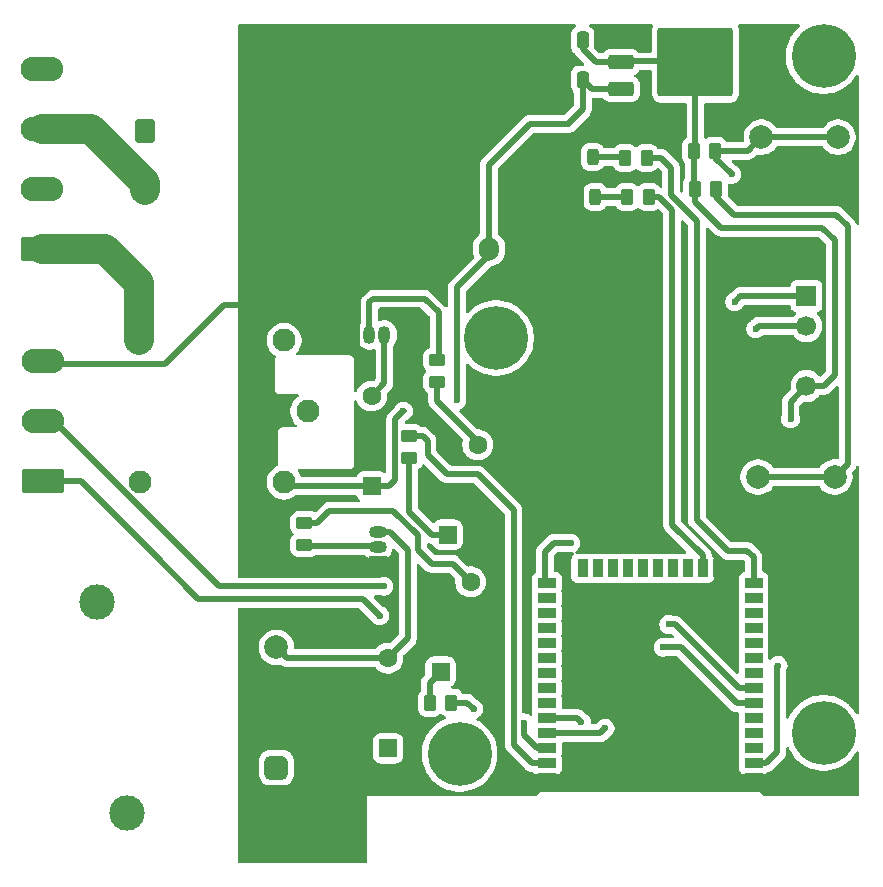
<source format=gbr>
%TF.GenerationSoftware,KiCad,Pcbnew,9.0.6*%
%TF.CreationDate,2025-12-27T10:25:56+05:30*%
%TF.ProjectId,30A_Home_Automation_with_ESP32,3330415f-486f-46d6-955f-4175746f6d61,rev?*%
%TF.SameCoordinates,Original*%
%TF.FileFunction,Copper,L1,Top*%
%TF.FilePolarity,Positive*%
%FSLAX46Y46*%
G04 Gerber Fmt 4.6, Leading zero omitted, Abs format (unit mm)*
G04 Created by KiCad (PCBNEW 9.0.6) date 2025-12-27 10:25:56*
%MOMM*%
%LPD*%
G01*
G04 APERTURE LIST*
G04 Aperture macros list*
%AMRoundRect*
0 Rectangle with rounded corners*
0 $1 Rounding radius*
0 $2 $3 $4 $5 $6 $7 $8 $9 X,Y pos of 4 corners*
0 Add a 4 corners polygon primitive as box body*
4,1,4,$2,$3,$4,$5,$6,$7,$8,$9,$2,$3,0*
0 Add four circle primitives for the rounded corners*
1,1,$1+$1,$2,$3*
1,1,$1+$1,$4,$5*
1,1,$1+$1,$6,$7*
1,1,$1+$1,$8,$9*
0 Add four rect primitives between the rounded corners*
20,1,$1+$1,$2,$3,$4,$5,0*
20,1,$1+$1,$4,$5,$6,$7,0*
20,1,$1+$1,$6,$7,$8,$9,0*
20,1,$1+$1,$8,$9,$2,$3,0*%
G04 Aperture macros list end*
%TA.AperFunction,SMDPad,CuDef*%
%ADD10RoundRect,0.250000X0.250000X0.475000X-0.250000X0.475000X-0.250000X-0.475000X0.250000X-0.475000X0*%
%TD*%
%TA.AperFunction,ComponentPad*%
%ADD11RoundRect,0.250000X-0.600000X-0.750000X0.600000X-0.750000X0.600000X0.750000X-0.600000X0.750000X0*%
%TD*%
%TA.AperFunction,ComponentPad*%
%ADD12O,1.700000X2.000000*%
%TD*%
%TA.AperFunction,SMDPad,CuDef*%
%ADD13RoundRect,0.250000X-0.262500X-0.450000X0.262500X-0.450000X0.262500X0.450000X-0.262500X0.450000X0*%
%TD*%
%TA.AperFunction,SMDPad,CuDef*%
%ADD14RoundRect,0.250000X0.262500X0.450000X-0.262500X0.450000X-0.262500X-0.450000X0.262500X-0.450000X0*%
%TD*%
%TA.AperFunction,ComponentPad*%
%ADD15RoundRect,0.250000X0.550000X-0.550000X0.550000X0.550000X-0.550000X0.550000X-0.550000X-0.550000X0*%
%TD*%
%TA.AperFunction,ComponentPad*%
%ADD16C,1.600000*%
%TD*%
%TA.AperFunction,ComponentPad*%
%ADD17RoundRect,0.249999X1.550001X-0.790001X1.550001X0.790001X-1.550001X0.790001X-1.550001X-0.790001X0*%
%TD*%
%TA.AperFunction,ComponentPad*%
%ADD18O,3.600000X2.080000*%
%TD*%
%TA.AperFunction,ComponentPad*%
%ADD19C,2.000000*%
%TD*%
%TA.AperFunction,ComponentPad*%
%ADD20C,3.000000*%
%TD*%
%TA.AperFunction,ComponentPad*%
%ADD21RoundRect,0.500000X-0.500000X-0.500000X0.500000X-0.500000X0.500000X0.500000X-0.500000X0.500000X0*%
%TD*%
%TA.AperFunction,SMDPad,CuDef*%
%ADD22R,1.500000X0.900000*%
%TD*%
%TA.AperFunction,SMDPad,CuDef*%
%ADD23R,0.900000X1.500000*%
%TD*%
%TA.AperFunction,SMDPad,CuDef*%
%ADD24R,1.050000X1.050000*%
%TD*%
%TA.AperFunction,HeatsinkPad*%
%ADD25C,0.600000*%
%TD*%
%TA.AperFunction,HeatsinkPad*%
%ADD26R,4.200000X4.200000*%
%TD*%
%TA.AperFunction,ComponentPad*%
%ADD27C,0.800000*%
%TD*%
%TA.AperFunction,ComponentPad*%
%ADD28C,5.400000*%
%TD*%
%TA.AperFunction,ComponentPad*%
%ADD29C,1.950000*%
%TD*%
%TA.AperFunction,SMDPad,CuDef*%
%ADD30RoundRect,0.250000X0.450000X-0.262500X0.450000X0.262500X-0.450000X0.262500X-0.450000X-0.262500X0*%
%TD*%
%TA.AperFunction,ComponentPad*%
%ADD31R,1.700000X1.700000*%
%TD*%
%TA.AperFunction,ComponentPad*%
%ADD32C,1.700000*%
%TD*%
%TA.AperFunction,ComponentPad*%
%ADD33R,1.500000X1.050000*%
%TD*%
%TA.AperFunction,ComponentPad*%
%ADD34O,1.500000X1.050000*%
%TD*%
%TA.AperFunction,SMDPad,CuDef*%
%ADD35RoundRect,0.243750X-0.243750X-0.456250X0.243750X-0.456250X0.243750X0.456250X-0.243750X0.456250X0*%
%TD*%
%TA.AperFunction,SMDPad,CuDef*%
%ADD36RoundRect,0.250000X-0.850000X-0.350000X0.850000X-0.350000X0.850000X0.350000X-0.850000X0.350000X0*%
%TD*%
%TA.AperFunction,SMDPad,CuDef*%
%ADD37RoundRect,0.249997X-2.950003X-2.650003X2.950003X-2.650003X2.950003X2.650003X-2.950003X2.650003X0*%
%TD*%
%TA.AperFunction,ComponentPad*%
%ADD38R,1.050000X1.500000*%
%TD*%
%TA.AperFunction,ComponentPad*%
%ADD39O,1.050000X1.500000*%
%TD*%
%TA.AperFunction,ViaPad*%
%ADD40C,0.600000*%
%TD*%
%TA.AperFunction,Conductor*%
%ADD41C,0.500000*%
%TD*%
%TA.AperFunction,Conductor*%
%ADD42C,2.500000*%
%TD*%
G04 APERTURE END LIST*
D10*
%TO.P,C1,1*%
%TO.N,/5V*%
X161800000Y-55425000D03*
%TO.P,C1,2*%
%TO.N,GND*%
X159900000Y-55425000D03*
%TD*%
D11*
%TO.P,PS1,1,AC/L*%
%TO.N,/P*%
X124787500Y-59725000D03*
D12*
%TO.P,PS1,2,AC/N*%
%TO.N,/N*%
X124787500Y-64725000D03*
%TO.P,PS1,3,-Vout*%
%TO.N,GND*%
X153867500Y-54725000D03*
%TO.P,PS1,4,+Vout*%
%TO.N,/5V*%
X153867500Y-69725000D03*
%TD*%
D13*
%TO.P,R1,1*%
%TO.N,Net-(R1-Pad1)*%
X148862500Y-108150000D03*
%TO.P,R1,2*%
%TO.N,/R1*%
X150687500Y-108150000D03*
%TD*%
D14*
%TO.P,R8,1*%
%TO.N,/EW*%
X173112500Y-64625000D03*
%TO.P,R8,2*%
%TO.N,/3V3*%
X171287500Y-64625000D03*
%TD*%
D15*
%TO.P,U3,1*%
%TO.N,Net-(R2-Pad1)*%
X150375000Y-93930000D03*
D16*
%TO.P,U3,2*%
%TO.N,GND*%
X152915000Y-93930000D03*
%TO.P,U3,3*%
%TO.N,Net-(R4-Pad1)*%
X152915000Y-86310000D03*
%TO.P,U3,4*%
%TO.N,GND*%
X150375000Y-86310000D03*
%TD*%
D15*
%TO.P,D3,1,K*%
%TO.N,/5V*%
X143925000Y-89810000D03*
D16*
%TO.P,D3,2,A*%
%TO.N,Net-(D3-A)*%
X143925000Y-82190000D03*
%TD*%
D14*
%TO.P,R7,1*%
%TO.N,/BOOT*%
X173037500Y-61425000D03*
%TO.P,R7,2*%
%TO.N,/3V3*%
X171212500Y-61425000D03*
%TD*%
D17*
%TO.P,J3,1,Pin_1*%
%TO.N,/IN1*%
X116075000Y-89400000D03*
D18*
%TO.P,J3,2,Pin_2*%
%TO.N,/IN2*%
X116075000Y-84320000D03*
%TO.P,J3,3,Pin_3*%
%TO.N,GND*%
X116075000Y-79240000D03*
%TD*%
D17*
%TO.P,J2,1,Pin_1*%
%TO.N,/L2*%
X116050000Y-69775000D03*
D18*
%TO.P,J2,2,Pin_2*%
%TO.N,/L1*%
X116050000Y-64695000D03*
%TO.P,J2,3,Pin_3*%
%TO.N,/N*%
X116050000Y-59615000D03*
%TO.P,J2,4,Pin_4*%
%TO.N,/P*%
X116050000Y-54535000D03*
%TD*%
D19*
%TO.P,SW1,1,1*%
%TO.N,/BOOT*%
X176925000Y-60265000D03*
X183425000Y-60265000D03*
%TO.P,SW1,2,2*%
%TO.N,GND*%
X176925000Y-64765000D03*
X183425000Y-64765000D03*
%TD*%
D20*
%TO.P,K1,13*%
%TO.N,/L1*%
X123215000Y-117450000D03*
%TO.P,K1,14*%
%TO.N,/P*%
X120675000Y-99650000D03*
D21*
%TO.P,K1,A1*%
%TO.N,/5V*%
X135875000Y-113650000D03*
D19*
%TO.P,K1,A2*%
%TO.N,Net-(D2-A)*%
X135875000Y-103450000D03*
%TD*%
D22*
%TO.P,U1,1,GND*%
%TO.N,GND*%
X176275000Y-114535000D03*
%TO.P,U1,2,VDD*%
%TO.N,/3V3*%
X176275000Y-113265000D03*
%TO.P,U1,3,EN*%
%TO.N,/EN*%
X176275000Y-111995000D03*
%TO.P,U1,4,SENSOR_VP*%
%TO.N,unconnected-(U1-SENSOR_VP-Pad4)*%
X176275000Y-110725000D03*
%TO.P,U1,5,SENSOR_VN*%
%TO.N,unconnected-(U1-SENSOR_VN-Pad5)*%
X176275000Y-109455000D03*
%TO.P,U1,6,IO34*%
%TO.N,/IN1*%
X176275000Y-108185000D03*
%TO.P,U1,7,IO35*%
%TO.N,/IN2*%
X176275000Y-106915000D03*
%TO.P,U1,8,IO32*%
%TO.N,unconnected-(U1-IO32-Pad8)*%
X176275000Y-105645000D03*
%TO.P,U1,9,IO33*%
%TO.N,unconnected-(U1-IO33-Pad9)*%
X176275000Y-104375000D03*
%TO.P,U1,10,IO25*%
%TO.N,unconnected-(U1-IO25-Pad10)*%
X176275000Y-103105000D03*
%TO.P,U1,11,IO26*%
%TO.N,unconnected-(U1-IO26-Pad11)*%
X176275000Y-101835000D03*
%TO.P,U1,12,IO27*%
%TO.N,unconnected-(U1-IO27-Pad12)*%
X176275000Y-100565000D03*
%TO.P,U1,13,IO14*%
%TO.N,unconnected-(U1-IO14-Pad13)*%
X176275000Y-99295000D03*
%TO.P,U1,14,IO12*%
%TO.N,/LED1*%
X176275000Y-98025000D03*
D23*
%TO.P,U1,15,GND*%
%TO.N,GND*%
X173235000Y-96775000D03*
%TO.P,U1,16,IO13*%
%TO.N,/LED2*%
X171965000Y-96775000D03*
%TO.P,U1,17,SHD/SD2*%
%TO.N,unconnected-(U1-SHD{slash}SD2-Pad17)*%
X170695000Y-96775000D03*
%TO.P,U1,18,SWP/SD3*%
%TO.N,unconnected-(U1-SWP{slash}SD3-Pad18)*%
X169425000Y-96775000D03*
%TO.P,U1,19,SCS/CMD*%
%TO.N,unconnected-(U1-SCS{slash}CMD-Pad19)*%
X168155000Y-96775000D03*
%TO.P,U1,20,SCK/CLK*%
%TO.N,unconnected-(U1-SCK{slash}CLK-Pad20)*%
X166885000Y-96775000D03*
%TO.P,U1,21,SDO/SD0*%
%TO.N,unconnected-(U1-SDO{slash}SD0-Pad21)*%
X165615000Y-96775000D03*
%TO.P,U1,22,SDI/SD1*%
%TO.N,unconnected-(U1-SDI{slash}SD1-Pad22)*%
X164345000Y-96775000D03*
%TO.P,U1,23,IO15*%
%TO.N,unconnected-(U1-IO15-Pad23)*%
X163075000Y-96775000D03*
%TO.P,U1,24,IO2*%
%TO.N,unconnected-(U1-IO2-Pad24)*%
X161805000Y-96775000D03*
D22*
%TO.P,U1,25,IO0*%
%TO.N,/BOOT*%
X158775000Y-98025000D03*
%TO.P,U1,26,IO4*%
%TO.N,unconnected-(U1-IO4-Pad26)*%
X158775000Y-99295000D03*
%TO.P,U1,27,IO16*%
%TO.N,unconnected-(U1-IO16-Pad27)*%
X158775000Y-100565000D03*
%TO.P,U1,28,IO17*%
%TO.N,unconnected-(U1-IO17-Pad28)*%
X158775000Y-101835000D03*
%TO.P,U1,29,IO5*%
%TO.N,unconnected-(U1-IO5-Pad29)*%
X158775000Y-103105000D03*
%TO.P,U1,30,IO18*%
%TO.N,unconnected-(U1-IO18-Pad30)*%
X158775000Y-104375000D03*
%TO.P,U1,31,IO19*%
%TO.N,unconnected-(U1-IO19-Pad31)*%
X158775000Y-105645000D03*
%TO.P,U1,32,NC*%
%TO.N,unconnected-(U1-NC-Pad32)*%
X158775000Y-106915000D03*
%TO.P,U1,33,IO21*%
%TO.N,unconnected-(U1-IO21-Pad33)*%
X158775000Y-108185000D03*
%TO.P,U1,34,RXD0/IO3*%
%TO.N,/RXD*%
X158775000Y-109455000D03*
%TO.P,U1,35,TXD0/IO1*%
%TO.N,/TXD*%
X158775000Y-110725000D03*
%TO.P,U1,36,IO22*%
%TO.N,/R1*%
X158775000Y-111995000D03*
%TO.P,U1,37,IO23*%
%TO.N,/R2*%
X158775000Y-113265000D03*
%TO.P,U1,38,GND*%
%TO.N,GND*%
X158775000Y-114535000D03*
D24*
%TO.P,U1,39,GND*%
X169730000Y-108720000D03*
D25*
X169730000Y-107957500D03*
D24*
X169730000Y-107195000D03*
D25*
X169730000Y-106432500D03*
D24*
X169730000Y-105670000D03*
D25*
X168967500Y-108720000D03*
X168967500Y-107195000D03*
X168967500Y-105670000D03*
D24*
X168205000Y-108720000D03*
D25*
X168205000Y-107957500D03*
D24*
X168205000Y-107195000D03*
D26*
X168205000Y-107195000D03*
D25*
X168205000Y-106432500D03*
D24*
X168205000Y-105670000D03*
D25*
X167442500Y-108720000D03*
X167442500Y-107195000D03*
X167442500Y-105670000D03*
D24*
X166680000Y-108720000D03*
D25*
X166680000Y-107957500D03*
D24*
X166680000Y-107195000D03*
D25*
X166680000Y-106432500D03*
D24*
X166680000Y-105670000D03*
%TD*%
D27*
%TO.P,H4,1,1*%
%TO.N,unconnected-(H4-Pad1)*%
X180175000Y-110700000D03*
X180768109Y-109268109D03*
X180768109Y-112131891D03*
X182200000Y-108675000D03*
D28*
X182200000Y-110700000D03*
D27*
X182200000Y-112725000D03*
X183631891Y-109268109D03*
X183631891Y-112131891D03*
X184225000Y-110700000D03*
%TD*%
D14*
%TO.P,R5,1*%
%TO.N,/LED1*%
X167212500Y-62025000D03*
%TO.P,R5,2*%
%TO.N,Net-(D1-A)*%
X165387500Y-62025000D03*
%TD*%
D27*
%TO.P,H2,1,1*%
%TO.N,unconnected-(H2-Pad1)*%
X149356891Y-112481891D03*
X149950000Y-111050000D03*
X149950000Y-113913782D03*
X151381891Y-110456891D03*
D28*
X151381891Y-112481891D03*
D27*
X151381891Y-114506891D03*
X152813782Y-111050000D03*
X152813782Y-113913782D03*
X153406891Y-112481891D03*
%TD*%
D29*
%TO.P,K2,A1*%
%TO.N,/5V*%
X136525000Y-89475000D03*
%TO.P,K2,A2*%
%TO.N,Net-(D3-A)*%
X136525000Y-77475000D03*
%TO.P,K2,COM*%
%TO.N,/P*%
X138525000Y-83475000D03*
%TO.P,K2,NC*%
%TO.N,unconnected-(K2-PadNC)*%
X124325000Y-89475000D03*
%TO.P,K2,NO*%
%TO.N,/L2*%
X124325000Y-77475000D03*
%TD*%
D27*
%TO.P,H1,1,1*%
%TO.N,unconnected-(H1-Pad1)*%
X152450000Y-77275000D03*
X153043109Y-75843109D03*
X153043109Y-78706891D03*
X154475000Y-75250000D03*
D28*
X154475000Y-77275000D03*
D27*
X154475000Y-79300000D03*
X155906891Y-75843109D03*
X155906891Y-78706891D03*
X156500000Y-77275000D03*
%TD*%
D30*
%TO.P,R4,1*%
%TO.N,Net-(R4-Pad1)*%
X149475000Y-80962500D03*
%TO.P,R4,2*%
%TO.N,Net-(Q2-B)*%
X149475000Y-79137500D03*
%TD*%
D10*
%TO.P,C2,1*%
%TO.N,/3V3*%
X161800000Y-52075000D03*
%TO.P,C2,2*%
%TO.N,GND*%
X159900000Y-52075000D03*
%TD*%
D27*
%TO.P,H3,1,1*%
%TO.N,unconnected-(H3-Pad1)*%
X180175000Y-53406891D03*
X180768109Y-51975000D03*
X180768109Y-54838782D03*
X182200000Y-51381891D03*
D28*
X182200000Y-53406891D03*
D27*
X182200000Y-55431891D03*
X183631891Y-51975000D03*
X183631891Y-54838782D03*
X184225000Y-53406891D03*
%TD*%
D15*
%TO.P,D2,1,K*%
%TO.N,/5V*%
X145325000Y-111995000D03*
D16*
%TO.P,D2,2,A*%
%TO.N,Net-(D2-A)*%
X145325000Y-104375000D03*
%TD*%
D31*
%TO.P,J1,1,Pin_1*%
%TO.N,/TXD*%
X180750000Y-73710000D03*
D32*
%TO.P,J1,2,Pin_2*%
%TO.N,/RXD*%
X180750000Y-76250000D03*
%TO.P,J1,3,Pin_3*%
%TO.N,GND*%
X180750000Y-78790000D03*
%TO.P,J1,4,Pin_4*%
%TO.N,/3V3*%
X180750000Y-81330000D03*
%TD*%
D30*
%TO.P,R3,1*%
%TO.N,Net-(Q1-B)*%
X138250000Y-94775000D03*
%TO.P,R3,2*%
%TO.N,Net-(R3-Pad2)*%
X138250000Y-92950000D03*
%TD*%
%TO.P,R2,1*%
%TO.N,Net-(R2-Pad1)*%
X147125000Y-87387500D03*
%TO.P,R2,2*%
%TO.N,/R2*%
X147125000Y-85562500D03*
%TD*%
D33*
%TO.P,Q1,1,E*%
%TO.N,GND*%
X144435000Y-96265000D03*
D34*
%TO.P,Q1,2,B*%
%TO.N,Net-(Q1-B)*%
X144435000Y-94995000D03*
%TO.P,Q1,3,C*%
%TO.N,Net-(D2-A)*%
X144435000Y-93725000D03*
%TD*%
D35*
%TO.P,D1,1,K*%
%TO.N,GND*%
X160787500Y-61950000D03*
%TO.P,D1,2,A*%
%TO.N,Net-(D1-A)*%
X162662500Y-61950000D03*
%TD*%
D15*
%TO.P,U2,1*%
%TO.N,Net-(R1-Pad1)*%
X149775000Y-105530000D03*
D16*
%TO.P,U2,2*%
%TO.N,GND*%
X152315000Y-105530000D03*
%TO.P,U2,3*%
%TO.N,Net-(R3-Pad2)*%
X152315000Y-97910000D03*
%TO.P,U2,4*%
%TO.N,GND*%
X149775000Y-97910000D03*
%TD*%
D14*
%TO.P,R6,1*%
%TO.N,/LED2*%
X167387500Y-65325000D03*
%TO.P,R6,2*%
%TO.N,Net-(D4-A)*%
X165562500Y-65325000D03*
%TD*%
D19*
%TO.P,SW2,1,1*%
%TO.N,/EW*%
X176650000Y-89040000D03*
X183150000Y-89040000D03*
%TO.P,SW2,2,2*%
%TO.N,GND*%
X176650000Y-93540000D03*
X183150000Y-93540000D03*
%TD*%
D36*
%TO.P,U4,1,GND*%
%TO.N,GND*%
X165050000Y-51650000D03*
%TO.P,U4,2,VO*%
%TO.N,/3V3*%
X165050000Y-53930000D03*
D37*
X171350000Y-53930000D03*
D36*
%TO.P,U4,3,VI*%
%TO.N,/5V*%
X165050000Y-56210000D03*
%TD*%
D38*
%TO.P,Q2,1,E*%
%TO.N,GND*%
X142480000Y-77010000D03*
D39*
%TO.P,Q2,2,B*%
%TO.N,Net-(Q2-B)*%
X143750000Y-77010000D03*
%TO.P,Q2,3,C*%
%TO.N,Net-(D3-A)*%
X145020000Y-77010000D03*
%TD*%
D35*
%TO.P,D4,1,K*%
%TO.N,GND*%
X160987500Y-65325000D03*
%TO.P,D4,2,A*%
%TO.N,Net-(D4-A)*%
X162862500Y-65325000D03*
%TD*%
D40*
%TO.N,/5V*%
X151150000Y-82550000D03*
X146625000Y-83450000D03*
%TO.N,GND*%
X163150000Y-51100000D03*
X158600000Y-51050000D03*
%TO.N,/3V3*%
X179400000Y-84125000D03*
X178350000Y-105000000D03*
%TO.N,/RXD*%
X176450000Y-76500000D03*
X161700000Y-109800000D03*
%TO.N,/TXD*%
X163700000Y-110300000D03*
X174675000Y-74200000D03*
%TO.N,/IN1*%
X168625000Y-103450000D03*
X144612500Y-100787500D03*
%TO.N,/IN2*%
X144950000Y-98300000D03*
X169100000Y-101525000D03*
%TO.N,/R1*%
X156800000Y-109850000D03*
X152575000Y-108675000D03*
%TO.N,/BOOT*%
X160800000Y-94625000D03*
X174425000Y-63400000D03*
%TD*%
D41*
%TO.N,/5V*%
X162577500Y-56202500D02*
X161800000Y-55425000D01*
X146625000Y-83450000D02*
X146650000Y-83425000D01*
X153867500Y-69725000D02*
X153850000Y-69707500D01*
X151150000Y-72975000D02*
X153867500Y-70257500D01*
X160625000Y-59125000D02*
X160625000Y-59075000D01*
X145925000Y-89325000D02*
X145925000Y-84150000D01*
X143925000Y-89810000D02*
X136860000Y-89810000D01*
X164867500Y-56202500D02*
X162577500Y-56202500D01*
X161800000Y-57900000D02*
X161800000Y-56700000D01*
X153867500Y-70257500D02*
X153867500Y-69725000D01*
X136860000Y-89810000D02*
X136525000Y-89475000D01*
X145925000Y-84150000D02*
X146625000Y-83450000D01*
X161800000Y-56700000D02*
X161800000Y-55425000D01*
X145440000Y-89810000D02*
X145925000Y-89325000D01*
X153850000Y-69707500D02*
X153850000Y-62600000D01*
X157325000Y-59125000D02*
X160625000Y-59125000D01*
X160625000Y-59075000D02*
X161800000Y-57900000D01*
X151150000Y-82550000D02*
X151150000Y-72975000D01*
X143925000Y-89810000D02*
X145440000Y-89810000D01*
X153850000Y-62600000D02*
X157325000Y-59125000D01*
%TO.N,GND*%
X140650000Y-74475000D02*
X142175000Y-76000000D01*
X126450000Y-79500000D02*
X131475000Y-74475000D01*
X116335000Y-79500000D02*
X126450000Y-79500000D01*
X142175000Y-76000000D02*
X142175000Y-76910000D01*
X131475000Y-74475000D02*
X140650000Y-74475000D01*
X116075000Y-79240000D02*
X116335000Y-79500000D01*
%TO.N,/3V3*%
X178350000Y-105000000D02*
X178275000Y-105075000D01*
X178275000Y-105075000D02*
X178275000Y-112350000D01*
X171287500Y-64625000D02*
X171287500Y-65712500D01*
X179400000Y-82680000D02*
X179400000Y-84125000D01*
X171350000Y-61287500D02*
X171212500Y-61425000D01*
X161800000Y-52075000D02*
X161800000Y-52825000D01*
X171212500Y-61425000D02*
X171212500Y-64550000D01*
X182100000Y-67925000D02*
X183175000Y-69000000D01*
X162897500Y-53922500D02*
X165050000Y-53922500D01*
X180750000Y-81330000D02*
X179400000Y-82680000D01*
X171287500Y-65712500D02*
X173500000Y-67925000D01*
X182220000Y-81330000D02*
X180750000Y-81330000D01*
X177360000Y-113265000D02*
X176275000Y-113265000D01*
X183175000Y-80375000D02*
X182220000Y-81330000D01*
X171212500Y-64550000D02*
X171287500Y-64625000D01*
X171277500Y-53850000D02*
X171350000Y-53922500D01*
X178275000Y-112350000D02*
X177360000Y-113265000D01*
X165232500Y-54105000D02*
X165487500Y-53850000D01*
X161800000Y-52825000D02*
X162897500Y-53922500D01*
X165487500Y-53850000D02*
X171277500Y-53850000D01*
X183175000Y-69000000D02*
X183175000Y-80375000D01*
X173500000Y-67925000D02*
X182100000Y-67925000D01*
X171350000Y-53922500D02*
X171350000Y-61287500D01*
%TO.N,Net-(D1-A)*%
X162662500Y-61950000D02*
X165312500Y-61950000D01*
X165312500Y-61950000D02*
X165387500Y-62025000D01*
%TO.N,Net-(D2-A)*%
X144435000Y-93725000D02*
X145500000Y-93725000D01*
X145325000Y-104375000D02*
X136800000Y-104375000D01*
X147000000Y-102700000D02*
X145325000Y-104375000D01*
X145500000Y-93725000D02*
X147000000Y-95225000D01*
X147000000Y-95225000D02*
X147000000Y-102700000D01*
X136800000Y-104375000D02*
X135875000Y-103450000D01*
%TO.N,Net-(D3-A)*%
X145020000Y-81095000D02*
X143925000Y-82190000D01*
X145020000Y-77010000D02*
X145020000Y-81095000D01*
%TO.N,Net-(D4-A)*%
X162862500Y-65325000D02*
X165562500Y-65325000D01*
%TO.N,/RXD*%
X176700000Y-76250000D02*
X176450000Y-76500000D01*
X158775000Y-109455000D02*
X161355000Y-109455000D01*
X161355000Y-109455000D02*
X161700000Y-109800000D01*
X180750000Y-76250000D02*
X176700000Y-76250000D01*
%TO.N,/TXD*%
X180750000Y-73710000D02*
X175165000Y-73710000D01*
X175165000Y-73710000D02*
X174675000Y-74200000D01*
X163275000Y-110725000D02*
X163700000Y-110300000D01*
X158775000Y-110725000D02*
X163275000Y-110725000D01*
D42*
%TO.N,/N*%
X116050000Y-59615000D02*
X120215000Y-59615000D01*
X124787500Y-64187500D02*
X124787500Y-64725000D01*
X120215000Y-59615000D02*
X124787500Y-64187500D01*
%TO.N,/L2*%
X116050000Y-69775000D02*
X121400000Y-69775000D01*
X124250000Y-72625000D02*
X124250000Y-77475000D01*
X121400000Y-69775000D02*
X124250000Y-72625000D01*
D41*
%TO.N,/IN1*%
X143175000Y-99350000D02*
X144612500Y-100787500D01*
X129275000Y-99350000D02*
X129425000Y-99350000D01*
X144612500Y-100787500D02*
X144625000Y-100800000D01*
X174835000Y-108185000D02*
X170100000Y-103450000D01*
X176275000Y-108185000D02*
X174835000Y-108185000D01*
X116075000Y-89400000D02*
X119325000Y-89400000D01*
X129425000Y-99350000D02*
X143175000Y-99350000D01*
X170100000Y-103450000D02*
X168625000Y-103450000D01*
X119325000Y-89400000D02*
X125075000Y-95150000D01*
X125075000Y-95150000D02*
X129275000Y-99350000D01*
%TO.N,/IN2*%
X176275000Y-106915000D02*
X175025000Y-106915000D01*
X175025000Y-106915000D02*
X169635000Y-101525000D01*
X169635000Y-101525000D02*
X169100000Y-101525000D01*
X117070000Y-84320000D02*
X131050000Y-98300000D01*
X144950000Y-98300000D02*
X145000000Y-98300000D01*
X116075000Y-84320000D02*
X117070000Y-84320000D01*
X131050000Y-98300000D02*
X144950000Y-98300000D01*
%TO.N,Net-(Q1-B)*%
X138325000Y-94850000D02*
X144290000Y-94850000D01*
X138250000Y-94775000D02*
X138325000Y-94850000D01*
X144290000Y-94850000D02*
X144435000Y-94995000D01*
%TO.N,Net-(Q2-B)*%
X149600000Y-75100000D02*
X149600000Y-79012500D01*
X143750000Y-77010000D02*
X143750000Y-74250000D01*
X149600000Y-79012500D02*
X149475000Y-79137500D01*
X143750000Y-74250000D02*
X144075000Y-73925000D01*
X144075000Y-73925000D02*
X148425000Y-73925000D01*
X148425000Y-73925000D02*
X149600000Y-75100000D01*
%TO.N,/R1*%
X157943000Y-111995000D02*
X156800000Y-110852000D01*
X150687500Y-108150000D02*
X152050000Y-108150000D01*
X152050000Y-108150000D02*
X152575000Y-108675000D01*
X158775000Y-111995000D02*
X157943000Y-111995000D01*
X156800000Y-110852000D02*
X156800000Y-109850000D01*
%TO.N,Net-(R1-Pad1)*%
X148862500Y-108150000D02*
X148862500Y-106442500D01*
X148862500Y-106442500D02*
X149775000Y-105530000D01*
%TO.N,/R2*%
X152950000Y-88825000D02*
X155950000Y-91825000D01*
X150325000Y-88825000D02*
X152950000Y-88825000D01*
X155950000Y-111690000D02*
X157525000Y-113265000D01*
X148675000Y-85975000D02*
X148675000Y-87175000D01*
X155950000Y-91825000D02*
X155950000Y-111690000D01*
X148675000Y-87175000D02*
X150325000Y-88825000D01*
X157525000Y-113265000D02*
X158775000Y-113265000D01*
X147125000Y-85562500D02*
X148262500Y-85562500D01*
X148262500Y-85562500D02*
X148675000Y-85975000D01*
%TO.N,Net-(R2-Pad1)*%
X150375000Y-93930000D02*
X149030000Y-93930000D01*
X147125000Y-92025000D02*
X147125000Y-87387500D01*
X149030000Y-93930000D02*
X147125000Y-92025000D01*
%TO.N,Net-(R3-Pad2)*%
X150805000Y-96400000D02*
X152315000Y-97910000D01*
X139300000Y-92950000D02*
X140350000Y-91900000D01*
X145775000Y-91900000D02*
X147850000Y-93975000D01*
X149025000Y-96400000D02*
X150805000Y-96400000D01*
X140350000Y-91900000D02*
X145775000Y-91900000D01*
X138250000Y-92950000D02*
X139300000Y-92950000D01*
X147850000Y-95225000D02*
X149025000Y-96400000D01*
X147850000Y-93975000D02*
X147850000Y-95225000D01*
%TO.N,Net-(R4-Pad1)*%
X149475000Y-82625000D02*
X152915000Y-86065000D01*
X152915000Y-86065000D02*
X152915000Y-86310000D01*
X149475000Y-80962500D02*
X149475000Y-82625000D01*
%TO.N,/LED1*%
X167212500Y-62025000D02*
X168450000Y-62025000D01*
X171475000Y-92675000D02*
X174125000Y-95325000D01*
X171475000Y-67400000D02*
X171475000Y-92675000D01*
X175750000Y-95325000D02*
X176275000Y-95850000D01*
X168450000Y-62025000D02*
X169275000Y-62850000D01*
X169275000Y-62850000D02*
X169275000Y-65200000D01*
X169275000Y-65200000D02*
X171475000Y-67400000D01*
X174125000Y-95325000D02*
X175750000Y-95325000D01*
X176275000Y-95850000D02*
X176275000Y-98025000D01*
%TO.N,/LED2*%
X169375000Y-93075000D02*
X171965000Y-95665000D01*
X169375000Y-66450000D02*
X169375000Y-92250000D01*
X168250000Y-65325000D02*
X169375000Y-66450000D01*
X169375000Y-92450000D02*
X169375000Y-93075000D01*
X167387500Y-65325000D02*
X168250000Y-65325000D01*
X169375000Y-92250000D02*
X169375000Y-92450000D01*
X171965000Y-95665000D02*
X171965000Y-96775000D01*
%TO.N,/BOOT*%
X158600000Y-95375000D02*
X158600000Y-97850000D01*
X159350000Y-94625000D02*
X158600000Y-95375000D01*
X173037500Y-61425000D02*
X173037500Y-62012500D01*
X173037500Y-61425000D02*
X175765000Y-61425000D01*
X173037500Y-62012500D02*
X174425000Y-63400000D01*
X176925000Y-60265000D02*
X183425000Y-60265000D01*
X158600000Y-97850000D02*
X158775000Y-98025000D01*
X175765000Y-61425000D02*
X176925000Y-60265000D01*
X160800000Y-94625000D02*
X159350000Y-94625000D01*
%TO.N,/EW*%
X184225000Y-67800000D02*
X184225000Y-87965000D01*
X183275000Y-66850000D02*
X184225000Y-67800000D01*
X184225000Y-87965000D02*
X183150000Y-89040000D01*
X174650000Y-66850000D02*
X183275000Y-66850000D01*
X173112500Y-65312500D02*
X174650000Y-66850000D01*
X173112500Y-64625000D02*
X173112500Y-65312500D01*
X176650000Y-89040000D02*
X183150000Y-89040000D01*
%TD*%
%TA.AperFunction,Conductor*%
%TO.N,GND*%
G36*
X161197358Y-50727075D02*
G01*
X161243113Y-50779879D01*
X161253057Y-50849037D01*
X161224032Y-50912593D01*
X161195415Y-50936929D01*
X161081344Y-51007287D01*
X160957289Y-51131342D01*
X160865187Y-51280663D01*
X160865186Y-51280666D01*
X160810001Y-51447203D01*
X160810001Y-51447204D01*
X160810000Y-51447204D01*
X160799500Y-51549983D01*
X160799500Y-52600001D01*
X160799501Y-52600019D01*
X160810000Y-52702796D01*
X160810001Y-52702799D01*
X160865185Y-52869331D01*
X160865187Y-52869336D01*
X160881132Y-52895187D01*
X160930669Y-52975500D01*
X160957289Y-53018657D01*
X161081345Y-53142713D01*
X161106533Y-53158249D01*
X161114309Y-53165748D01*
X161120954Y-53168640D01*
X161144539Y-53194897D01*
X161166092Y-53227153D01*
X161166093Y-53227156D01*
X161217046Y-53303414D01*
X161217052Y-53303421D01*
X161901452Y-53987819D01*
X161934937Y-54049142D01*
X161929953Y-54118833D01*
X161888082Y-54174767D01*
X161822617Y-54199184D01*
X161813771Y-54199500D01*
X161499999Y-54199500D01*
X161499980Y-54199501D01*
X161397203Y-54210000D01*
X161397200Y-54210001D01*
X161230668Y-54265185D01*
X161230663Y-54265187D01*
X161081342Y-54357289D01*
X160957289Y-54481342D01*
X160865187Y-54630663D01*
X160865185Y-54630668D01*
X160851158Y-54673000D01*
X160810001Y-54797203D01*
X160810001Y-54797204D01*
X160810000Y-54797204D01*
X160799500Y-54899983D01*
X160799500Y-55950001D01*
X160799501Y-55950019D01*
X160810000Y-56052796D01*
X160810001Y-56052799D01*
X160865185Y-56219331D01*
X160865187Y-56219336D01*
X160957289Y-56368657D01*
X161013181Y-56424549D01*
X161046666Y-56485872D01*
X161049500Y-56512230D01*
X161049500Y-57537770D01*
X161029815Y-57604809D01*
X161013181Y-57625451D01*
X160300451Y-58338181D01*
X160239128Y-58371666D01*
X160212770Y-58374500D01*
X157251080Y-58374500D01*
X157106092Y-58403340D01*
X157106082Y-58403343D01*
X156969511Y-58459912D01*
X156969498Y-58459919D01*
X156846584Y-58542048D01*
X156846580Y-58542051D01*
X153267047Y-62121584D01*
X153267043Y-62121589D01*
X153224733Y-62184914D01*
X153224732Y-62184916D01*
X153184919Y-62244499D01*
X153184912Y-62244511D01*
X153128343Y-62381082D01*
X153128340Y-62381092D01*
X153099500Y-62526079D01*
X153099500Y-68400492D01*
X153079815Y-68467531D01*
X153048387Y-68500809D01*
X152987708Y-68544895D01*
X152837390Y-68695213D01*
X152712451Y-68867179D01*
X152615944Y-69056585D01*
X152550253Y-69258760D01*
X152517000Y-69468713D01*
X152517000Y-69981286D01*
X152550253Y-70191240D01*
X152605772Y-70362109D01*
X152607767Y-70431950D01*
X152575522Y-70488108D01*
X150567050Y-72496580D01*
X150567044Y-72496588D01*
X150517812Y-72570268D01*
X150517813Y-72570269D01*
X150484921Y-72619496D01*
X150484914Y-72619508D01*
X150428342Y-72756086D01*
X150428340Y-72756092D01*
X150399500Y-72901079D01*
X150399500Y-74538892D01*
X150379815Y-74605931D01*
X150327011Y-74651686D01*
X150257853Y-74661630D01*
X150194297Y-74632605D01*
X150187513Y-74625638D01*
X150187260Y-74625892D01*
X148903421Y-73342052D01*
X148903414Y-73342046D01*
X148829729Y-73292812D01*
X148829729Y-73292813D01*
X148780491Y-73259913D01*
X148643917Y-73203343D01*
X148643907Y-73203340D01*
X148498920Y-73174500D01*
X148498918Y-73174500D01*
X144148917Y-73174500D01*
X144001082Y-73174500D01*
X144001080Y-73174500D01*
X143856092Y-73203340D01*
X143856082Y-73203343D01*
X143719511Y-73259912D01*
X143719498Y-73259919D01*
X143596584Y-73342048D01*
X143596580Y-73342051D01*
X143167047Y-73771584D01*
X143154674Y-73790102D01*
X143142355Y-73808541D01*
X143134150Y-73820821D01*
X143084914Y-73894507D01*
X143028343Y-74031082D01*
X143028340Y-74031092D01*
X142999500Y-74176079D01*
X142999500Y-76033861D01*
X142979815Y-76100900D01*
X142963181Y-76121542D01*
X142953444Y-76131278D01*
X142953441Y-76131281D01*
X142841217Y-76299237D01*
X142841212Y-76299247D01*
X142763909Y-76485872D01*
X142763907Y-76485880D01*
X142724500Y-76683992D01*
X142724500Y-77336007D01*
X142763907Y-77534119D01*
X142763909Y-77534127D01*
X142841212Y-77720752D01*
X142841217Y-77720762D01*
X142953441Y-77888718D01*
X143096281Y-78031558D01*
X143264237Y-78143782D01*
X143264241Y-78143784D01*
X143264244Y-78143786D01*
X143450873Y-78221091D01*
X143587819Y-78248331D01*
X143648992Y-78260499D01*
X143648996Y-78260500D01*
X143648997Y-78260500D01*
X143851004Y-78260500D01*
X143851005Y-78260499D01*
X144049127Y-78221091D01*
X144098048Y-78200826D01*
X144167516Y-78193358D01*
X144229995Y-78224632D01*
X144265648Y-78284721D01*
X144269500Y-78315388D01*
X144269500Y-80732768D01*
X144260855Y-80762208D01*
X144254332Y-80792195D01*
X144250577Y-80797210D01*
X144249815Y-80799807D01*
X144233181Y-80820449D01*
X144190104Y-80863526D01*
X144128781Y-80897011D01*
X144083025Y-80898318D01*
X144027352Y-80889500D01*
X143822648Y-80889500D01*
X143798329Y-80893351D01*
X143620465Y-80921522D01*
X143425776Y-80984781D01*
X143243386Y-81077715D01*
X143077786Y-81198028D01*
X142933028Y-81342786D01*
X142812715Y-81508386D01*
X142719781Y-81690776D01*
X142699321Y-81753748D01*
X142659883Y-81811423D01*
X142595524Y-81838621D01*
X142526678Y-81826706D01*
X142475202Y-81779462D01*
X142457390Y-81715429D01*
X142457390Y-79118077D01*
X142457390Y-79118075D01*
X142427923Y-79008104D01*
X142370998Y-78909506D01*
X142290494Y-78829002D01*
X142191896Y-78772077D01*
X142191897Y-78772077D01*
X142164403Y-78764710D01*
X142081925Y-78742610D01*
X142081922Y-78742610D01*
X137643425Y-78742610D01*
X137576386Y-78722925D01*
X137530631Y-78670121D01*
X137520687Y-78600963D01*
X137549712Y-78537407D01*
X137555744Y-78530929D01*
X137584965Y-78501708D01*
X137650449Y-78436224D01*
X137786961Y-78248331D01*
X137892400Y-78041396D01*
X137964169Y-77820514D01*
X137984443Y-77692502D01*
X138000500Y-77591129D01*
X138000500Y-77358870D01*
X137964217Y-77129792D01*
X137964169Y-77129486D01*
X137892400Y-76908604D01*
X137892398Y-76908601D01*
X137892398Y-76908599D01*
X137786960Y-76701668D01*
X137650449Y-76513776D01*
X137486224Y-76349551D01*
X137298331Y-76213039D01*
X137091400Y-76107601D01*
X136870514Y-76035831D01*
X136641129Y-75999500D01*
X136641124Y-75999500D01*
X136408876Y-75999500D01*
X136408871Y-75999500D01*
X136179485Y-76035831D01*
X135958599Y-76107601D01*
X135751668Y-76213039D01*
X135563773Y-76349553D01*
X135399553Y-76513773D01*
X135263039Y-76701668D01*
X135157601Y-76908599D01*
X135085831Y-77129485D01*
X135049500Y-77358870D01*
X135049500Y-77591129D01*
X135085831Y-77820514D01*
X135157601Y-78041400D01*
X135238834Y-78200827D01*
X135263039Y-78248331D01*
X135399551Y-78436224D01*
X135563776Y-78600449D01*
X135704695Y-78702833D01*
X135751670Y-78736962D01*
X135771970Y-78747305D01*
X135822766Y-78795279D01*
X135839562Y-78863100D01*
X135823064Y-78919788D01*
X135772079Y-79008099D01*
X135772077Y-79008102D01*
X135757343Y-79063089D01*
X135742610Y-79118075D01*
X135742610Y-81631925D01*
X135772077Y-81741896D01*
X135829002Y-81840494D01*
X135909506Y-81920998D01*
X136008104Y-81977923D01*
X136118075Y-82007390D01*
X136231925Y-82007390D01*
X137653087Y-82007390D01*
X137720126Y-82027075D01*
X137765881Y-82079879D01*
X137775825Y-82149037D01*
X137746800Y-82212593D01*
X137725971Y-82231708D01*
X137563776Y-82349551D01*
X137563774Y-82349553D01*
X137563773Y-82349553D01*
X137399553Y-82513773D01*
X137263039Y-82701668D01*
X137157601Y-82908599D01*
X137085831Y-83129485D01*
X137049500Y-83358870D01*
X137049500Y-83591129D01*
X137085831Y-83820514D01*
X137157601Y-84041400D01*
X137257390Y-84237244D01*
X137263039Y-84248331D01*
X137399551Y-84436224D01*
X137399553Y-84436226D01*
X137567221Y-84603894D01*
X137566142Y-84604972D01*
X137600645Y-84657819D01*
X137601149Y-84727687D01*
X137563799Y-84786735D01*
X137500454Y-84816217D01*
X137481923Y-84817610D01*
X136506925Y-84817610D01*
X136393075Y-84817610D01*
X136310596Y-84839710D01*
X136283103Y-84847077D01*
X136184507Y-84904001D01*
X136184504Y-84904003D01*
X136104003Y-84984504D01*
X136104001Y-84984507D01*
X136047077Y-85083103D01*
X136037254Y-85119761D01*
X136017610Y-85193075D01*
X136017610Y-85193077D01*
X136017610Y-87981930D01*
X136017967Y-87984642D01*
X136017610Y-87986931D01*
X136017610Y-87990053D01*
X136017123Y-87990053D01*
X136007201Y-88053677D01*
X135960820Y-88105932D01*
X135951325Y-88111308D01*
X135933630Y-88120325D01*
X135751668Y-88213039D01*
X135563773Y-88349553D01*
X135399553Y-88513773D01*
X135263039Y-88701668D01*
X135157601Y-88908599D01*
X135085831Y-89129485D01*
X135049500Y-89358870D01*
X135049500Y-89591129D01*
X135085831Y-89820514D01*
X135157601Y-90041400D01*
X135230524Y-90184517D01*
X135263039Y-90248331D01*
X135399551Y-90436224D01*
X135563776Y-90600449D01*
X135751669Y-90736961D01*
X135849436Y-90786776D01*
X135958599Y-90842398D01*
X135958601Y-90842398D01*
X135958604Y-90842400D01*
X136179486Y-90914169D01*
X136297668Y-90932886D01*
X136408871Y-90950500D01*
X136408876Y-90950500D01*
X136641129Y-90950500D01*
X136742502Y-90934443D01*
X136870514Y-90914169D01*
X137091396Y-90842400D01*
X137298331Y-90736961D01*
X137486224Y-90600449D01*
X137489854Y-90596819D01*
X137551177Y-90563334D01*
X137577535Y-90560500D01*
X142561267Y-90560500D01*
X142628306Y-90580185D01*
X142674061Y-90632989D01*
X142678972Y-90645494D01*
X142690184Y-90679328D01*
X142690187Y-90679336D01*
X142782289Y-90828657D01*
X142891451Y-90937819D01*
X142924936Y-90999142D01*
X142919952Y-91068834D01*
X142878080Y-91124767D01*
X142812616Y-91149184D01*
X142803770Y-91149500D01*
X140276080Y-91149500D01*
X140131092Y-91178340D01*
X140131082Y-91178343D01*
X139994511Y-91234912D01*
X139994498Y-91234919D01*
X139871584Y-91317048D01*
X139871580Y-91317051D01*
X139191712Y-91996918D01*
X139130389Y-92030403D01*
X139060697Y-92025419D01*
X139038934Y-92014775D01*
X139019342Y-92002690D01*
X139019336Y-92002687D01*
X139019334Y-92002686D01*
X138852797Y-91947501D01*
X138852795Y-91947500D01*
X138750010Y-91937000D01*
X137749998Y-91937000D01*
X137749980Y-91937001D01*
X137647203Y-91947500D01*
X137647200Y-91947501D01*
X137480668Y-92002685D01*
X137480663Y-92002687D01*
X137331342Y-92094789D01*
X137207289Y-92218842D01*
X137115187Y-92368163D01*
X137115186Y-92368166D01*
X137060001Y-92534703D01*
X137060001Y-92534704D01*
X137060000Y-92534704D01*
X137049500Y-92637483D01*
X137049500Y-93262501D01*
X137049501Y-93262519D01*
X137060000Y-93365296D01*
X137060001Y-93365299D01*
X137115185Y-93531831D01*
X137115187Y-93531836D01*
X137128498Y-93553416D01*
X137201430Y-93671659D01*
X137207289Y-93681157D01*
X137300951Y-93774819D01*
X137334436Y-93836142D01*
X137329452Y-93905834D01*
X137300951Y-93950181D01*
X137207289Y-94043842D01*
X137115187Y-94193163D01*
X137115186Y-94193166D01*
X137060001Y-94359703D01*
X137060001Y-94359704D01*
X137060000Y-94359704D01*
X137049500Y-94462483D01*
X137049500Y-95087501D01*
X137049501Y-95087519D01*
X137060000Y-95190296D01*
X137060001Y-95190299D01*
X137115185Y-95356831D01*
X137115187Y-95356836D01*
X137135212Y-95389302D01*
X137207288Y-95506156D01*
X137331344Y-95630212D01*
X137480666Y-95722314D01*
X137647203Y-95777499D01*
X137749991Y-95788000D01*
X138750008Y-95787999D01*
X138750016Y-95787998D01*
X138750019Y-95787998D01*
X138806302Y-95782248D01*
X138852797Y-95777499D01*
X139019334Y-95722314D01*
X139168656Y-95630212D01*
X139168662Y-95630205D01*
X139172422Y-95627234D01*
X139237217Y-95601093D01*
X139249333Y-95600500D01*
X143315223Y-95600500D01*
X143382262Y-95620185D01*
X143411080Y-95645840D01*
X143413444Y-95648721D01*
X143556281Y-95791558D01*
X143724237Y-95903782D01*
X143724241Y-95903784D01*
X143724244Y-95903786D01*
X143910873Y-95981091D01*
X144108992Y-96020499D01*
X144108996Y-96020500D01*
X144108997Y-96020500D01*
X144761004Y-96020500D01*
X144761005Y-96020499D01*
X144959127Y-95981091D01*
X145145756Y-95903786D01*
X145313718Y-95791558D01*
X145456558Y-95648718D01*
X145539557Y-95524500D01*
X145568782Y-95480762D01*
X145568782Y-95480761D01*
X145568786Y-95480756D01*
X145646091Y-95294127D01*
X145660837Y-95219989D01*
X145693221Y-95158082D01*
X145753936Y-95123507D01*
X145823706Y-95127246D01*
X145870135Y-95156502D01*
X146213181Y-95499548D01*
X146246666Y-95560871D01*
X146249500Y-95587229D01*
X146249500Y-102337769D01*
X146229815Y-102404808D01*
X146213181Y-102425450D01*
X145590104Y-103048526D01*
X145528781Y-103082011D01*
X145483025Y-103083318D01*
X145427352Y-103074500D01*
X145222648Y-103074500D01*
X145198329Y-103078351D01*
X145020465Y-103106522D01*
X144825776Y-103169781D01*
X144643386Y-103262715D01*
X144477786Y-103383028D01*
X144333032Y-103527782D01*
X144333028Y-103527787D01*
X144299900Y-103573385D01*
X144244571Y-103616051D01*
X144199582Y-103624500D01*
X137499500Y-103624500D01*
X137432461Y-103604815D01*
X137386706Y-103552011D01*
X137375500Y-103500500D01*
X137375500Y-103331902D01*
X137338553Y-103098631D01*
X137265566Y-102874003D01*
X137197594Y-102740602D01*
X137158343Y-102663567D01*
X137019517Y-102472490D01*
X136852510Y-102305483D01*
X136661433Y-102166657D01*
X136622434Y-102146786D01*
X136450996Y-102059433D01*
X136226368Y-101986446D01*
X135993097Y-101949500D01*
X135993092Y-101949500D01*
X135756908Y-101949500D01*
X135756903Y-101949500D01*
X135523631Y-101986446D01*
X135299003Y-102059433D01*
X135088566Y-102166657D01*
X134995341Y-102234390D01*
X134897490Y-102305483D01*
X134897488Y-102305485D01*
X134897487Y-102305485D01*
X134730485Y-102472487D01*
X134730485Y-102472488D01*
X134730483Y-102472490D01*
X134719346Y-102487819D01*
X134591657Y-102663566D01*
X134484433Y-102874003D01*
X134411446Y-103098631D01*
X134374500Y-103331902D01*
X134374500Y-103568097D01*
X134411446Y-103801368D01*
X134484433Y-104025996D01*
X134552405Y-104159397D01*
X134591657Y-104236433D01*
X134730483Y-104427510D01*
X134897490Y-104594517D01*
X135088567Y-104733343D01*
X135153661Y-104766510D01*
X135299003Y-104840566D01*
X135299005Y-104840566D01*
X135299008Y-104840568D01*
X135398463Y-104872883D01*
X135523631Y-104913553D01*
X135756903Y-104950500D01*
X135756908Y-104950500D01*
X135993096Y-104950500D01*
X136088592Y-104935374D01*
X136207834Y-104916488D01*
X136277126Y-104925442D01*
X136314912Y-104951280D01*
X136321580Y-104957948D01*
X136321588Y-104957954D01*
X136444503Y-105040083D01*
X136444506Y-105040085D01*
X136494665Y-105060861D01*
X136501080Y-105063518D01*
X136581088Y-105096659D01*
X136697241Y-105119763D01*
X136720380Y-105124365D01*
X136726081Y-105125500D01*
X136726082Y-105125500D01*
X136726083Y-105125500D01*
X136873918Y-105125500D01*
X144199582Y-105125500D01*
X144266621Y-105145185D01*
X144299900Y-105176615D01*
X144333028Y-105222212D01*
X144333032Y-105222217D01*
X144477786Y-105366971D01*
X144564408Y-105429904D01*
X144643390Y-105487287D01*
X144759607Y-105546503D01*
X144825776Y-105580218D01*
X144825778Y-105580218D01*
X144825781Y-105580220D01*
X144930137Y-105614127D01*
X145020465Y-105643477D01*
X145045758Y-105647483D01*
X145222648Y-105675500D01*
X145222649Y-105675500D01*
X145427351Y-105675500D01*
X145427352Y-105675500D01*
X145629534Y-105643477D01*
X145824219Y-105580220D01*
X146006610Y-105487287D01*
X146128640Y-105398628D01*
X146172213Y-105366971D01*
X146172215Y-105366968D01*
X146172219Y-105366966D01*
X146316966Y-105222219D01*
X146316968Y-105222215D01*
X146316971Y-105222213D01*
X146391404Y-105119763D01*
X146437287Y-105056610D01*
X146530220Y-104874219D01*
X146593477Y-104679534D01*
X146625500Y-104477352D01*
X146625500Y-104272648D01*
X146616681Y-104216971D01*
X146625635Y-104147680D01*
X146651470Y-104109896D01*
X147582952Y-103178416D01*
X147652385Y-103074500D01*
X147665084Y-103055495D01*
X147699841Y-102971584D01*
X147721659Y-102918912D01*
X147748312Y-102784916D01*
X147750500Y-102773918D01*
X147750500Y-96486230D01*
X147770185Y-96419191D01*
X147822989Y-96373436D01*
X147892147Y-96363492D01*
X147955703Y-96392517D01*
X147962181Y-96398549D01*
X148546586Y-96982954D01*
X148567874Y-96997177D01*
X148586317Y-97009500D01*
X148669505Y-97065084D01*
X148669506Y-97065084D01*
X148669507Y-97065085D01*
X148768954Y-97106277D01*
X148806087Y-97121658D01*
X148806091Y-97121658D01*
X148806092Y-97121659D01*
X148951079Y-97150500D01*
X148951082Y-97150500D01*
X148951083Y-97150500D01*
X149098917Y-97150500D01*
X150442770Y-97150500D01*
X150509809Y-97170185D01*
X150530451Y-97186819D01*
X150988526Y-97644893D01*
X151022011Y-97706216D01*
X151023318Y-97751971D01*
X151017341Y-97789711D01*
X151014500Y-97807648D01*
X151014500Y-98012352D01*
X151018878Y-98039995D01*
X151046522Y-98214534D01*
X151109781Y-98409223D01*
X151202715Y-98591613D01*
X151323028Y-98757213D01*
X151467786Y-98901971D01*
X151595151Y-98994505D01*
X151633390Y-99022287D01*
X151726512Y-99069735D01*
X151815776Y-99115218D01*
X151815778Y-99115218D01*
X151815781Y-99115220D01*
X151864615Y-99131087D01*
X152010465Y-99178477D01*
X152111557Y-99194488D01*
X152212648Y-99210500D01*
X152212649Y-99210500D01*
X152417351Y-99210500D01*
X152417352Y-99210500D01*
X152619534Y-99178477D01*
X152814219Y-99115220D01*
X152996610Y-99022287D01*
X153134939Y-98921786D01*
X153162213Y-98901971D01*
X153162215Y-98901968D01*
X153162219Y-98901966D01*
X153306966Y-98757219D01*
X153306968Y-98757215D01*
X153306971Y-98757213D01*
X153396749Y-98633642D01*
X153427287Y-98591610D01*
X153520220Y-98409219D01*
X153583477Y-98214534D01*
X153615500Y-98012352D01*
X153615500Y-97807648D01*
X153609114Y-97767328D01*
X153583477Y-97605465D01*
X153554127Y-97515137D01*
X153520220Y-97410781D01*
X153520218Y-97410778D01*
X153520218Y-97410776D01*
X153480417Y-97332664D01*
X153427287Y-97228390D01*
X153384999Y-97170185D01*
X153306971Y-97062786D01*
X153162213Y-96918028D01*
X152996613Y-96797715D01*
X152996612Y-96797714D01*
X152996610Y-96797713D01*
X152939653Y-96768691D01*
X152814223Y-96704781D01*
X152619534Y-96641522D01*
X152444995Y-96613878D01*
X152417352Y-96609500D01*
X152212648Y-96609500D01*
X152156971Y-96618318D01*
X152087678Y-96609363D01*
X152049893Y-96583526D01*
X151283421Y-95817052D01*
X151283414Y-95817046D01*
X151209729Y-95767812D01*
X151209729Y-95767813D01*
X151160491Y-95734913D01*
X151023917Y-95678343D01*
X151023907Y-95678340D01*
X150878920Y-95649500D01*
X150878918Y-95649500D01*
X149387230Y-95649500D01*
X149320191Y-95629815D01*
X149299549Y-95613181D01*
X148636819Y-94950451D01*
X148622115Y-94923523D01*
X148605523Y-94897705D01*
X148604631Y-94891504D01*
X148603334Y-94889128D01*
X148600500Y-94862770D01*
X148600500Y-94750009D01*
X148620185Y-94682970D01*
X148672989Y-94637215D01*
X148742147Y-94627271D01*
X148771951Y-94635447D01*
X148811087Y-94651658D01*
X148811091Y-94651658D01*
X148811092Y-94651659D01*
X148956079Y-94680500D01*
X148956082Y-94680500D01*
X148956083Y-94680500D01*
X149011267Y-94680500D01*
X149078306Y-94700185D01*
X149124061Y-94752989D01*
X149128972Y-94765494D01*
X149140186Y-94799334D01*
X149232288Y-94948656D01*
X149356344Y-95072712D01*
X149505666Y-95164814D01*
X149672203Y-95219999D01*
X149774991Y-95230500D01*
X150975008Y-95230499D01*
X151077797Y-95219999D01*
X151244334Y-95164814D01*
X151393656Y-95072712D01*
X151517712Y-94948656D01*
X151609814Y-94799334D01*
X151664999Y-94632797D01*
X151675500Y-94530009D01*
X151675499Y-93329992D01*
X151671813Y-93293913D01*
X151664999Y-93227203D01*
X151664998Y-93227200D01*
X151640548Y-93153415D01*
X151609814Y-93060666D01*
X151517712Y-92911344D01*
X151393656Y-92787288D01*
X151288001Y-92722120D01*
X151244336Y-92695187D01*
X151244331Y-92695185D01*
X151219084Y-92686819D01*
X151077797Y-92640001D01*
X151077795Y-92640000D01*
X150975010Y-92629500D01*
X149774998Y-92629500D01*
X149774981Y-92629501D01*
X149672203Y-92640000D01*
X149672200Y-92640001D01*
X149505668Y-92695185D01*
X149505663Y-92695187D01*
X149356342Y-92787289D01*
X149240181Y-92903451D01*
X149178858Y-92936936D01*
X149109166Y-92931952D01*
X149064819Y-92903451D01*
X147911819Y-91750451D01*
X147878334Y-91689128D01*
X147875500Y-91662770D01*
X147875500Y-88415638D01*
X147895185Y-88348599D01*
X147934401Y-88310100D01*
X148043656Y-88242712D01*
X148167712Y-88118656D01*
X148234006Y-88011174D01*
X148285951Y-87964452D01*
X148354913Y-87953229D01*
X148418996Y-87981072D01*
X148427224Y-87988592D01*
X149846580Y-89407948D01*
X149846584Y-89407951D01*
X149969498Y-89490080D01*
X149969511Y-89490087D01*
X150106082Y-89546656D01*
X150106087Y-89546658D01*
X150106091Y-89546658D01*
X150106092Y-89546659D01*
X150251079Y-89575500D01*
X150251082Y-89575500D01*
X150398917Y-89575500D01*
X152587770Y-89575500D01*
X152654809Y-89595185D01*
X152675451Y-89611819D01*
X155163181Y-92099548D01*
X155196666Y-92160871D01*
X155199500Y-92187229D01*
X155199500Y-111763918D01*
X155199500Y-111763920D01*
X155199499Y-111763920D01*
X155228340Y-111908907D01*
X155228343Y-111908917D01*
X155284913Y-112045490D01*
X155284914Y-112045491D01*
X155284916Y-112045495D01*
X155291496Y-112055342D01*
X155291497Y-112055345D01*
X155367046Y-112168414D01*
X155367052Y-112168421D01*
X156567931Y-113369298D01*
X156942048Y-113743415D01*
X156942049Y-113743416D01*
X157021115Y-113822482D01*
X157046585Y-113847952D01*
X157169498Y-113930080D01*
X157169511Y-113930087D01*
X157306082Y-113986656D01*
X157306087Y-113986658D01*
X157306091Y-113986658D01*
X157306092Y-113986659D01*
X157451079Y-114015500D01*
X157451082Y-114015500D01*
X157562680Y-114015500D01*
X157629719Y-114035185D01*
X157661948Y-114065191D01*
X157667454Y-114072546D01*
X157667457Y-114072548D01*
X157782664Y-114158793D01*
X157782671Y-114158797D01*
X157917517Y-114209091D01*
X157917516Y-114209091D01*
X157924444Y-114209835D01*
X157977127Y-114215500D01*
X159572872Y-114215499D01*
X159632483Y-114209091D01*
X159767331Y-114158796D01*
X159882546Y-114072546D01*
X159968796Y-113957331D01*
X160019091Y-113822483D01*
X160025500Y-113762873D01*
X160025499Y-112767128D01*
X160019091Y-112707517D01*
X160006340Y-112673332D01*
X160001357Y-112603642D01*
X160006340Y-112586669D01*
X160019091Y-112552483D01*
X160025500Y-112492873D01*
X160025499Y-111599499D01*
X160045183Y-111532461D01*
X160097987Y-111486706D01*
X160149499Y-111475500D01*
X163348920Y-111475500D01*
X163446462Y-111456096D01*
X163493913Y-111446658D01*
X163630495Y-111390084D01*
X163713674Y-111334506D01*
X163753416Y-111307952D01*
X164015299Y-111046067D01*
X164055524Y-111019191D01*
X164079179Y-111009394D01*
X164210289Y-110921789D01*
X164321789Y-110810289D01*
X164409394Y-110679179D01*
X164469737Y-110533497D01*
X164500500Y-110378842D01*
X164500500Y-110221158D01*
X164500500Y-110221155D01*
X164500499Y-110221153D01*
X164479654Y-110116361D01*
X164469737Y-110066503D01*
X164461522Y-110046669D01*
X164409397Y-109920827D01*
X164409390Y-109920814D01*
X164321789Y-109789711D01*
X164321786Y-109789707D01*
X164210292Y-109678213D01*
X164210288Y-109678210D01*
X164079185Y-109590609D01*
X164079172Y-109590602D01*
X163933501Y-109530264D01*
X163933489Y-109530261D01*
X163778845Y-109499500D01*
X163778842Y-109499500D01*
X163621158Y-109499500D01*
X163621155Y-109499500D01*
X163466510Y-109530261D01*
X163466498Y-109530264D01*
X163320827Y-109590602D01*
X163320814Y-109590609D01*
X163189711Y-109678210D01*
X163189707Y-109678213D01*
X163078213Y-109789707D01*
X163078207Y-109789715D01*
X162991562Y-109919390D01*
X162937950Y-109964196D01*
X162888460Y-109974500D01*
X162624500Y-109974500D01*
X162557461Y-109954815D01*
X162511706Y-109902011D01*
X162500500Y-109850500D01*
X162500500Y-109721155D01*
X162500499Y-109721153D01*
X162474531Y-109590606D01*
X162469737Y-109566503D01*
X162467912Y-109562096D01*
X162409397Y-109420827D01*
X162409390Y-109420814D01*
X162321789Y-109289711D01*
X162321786Y-109289707D01*
X162210292Y-109178213D01*
X162210288Y-109178210D01*
X162079182Y-109090607D01*
X162079180Y-109090606D01*
X162055521Y-109080806D01*
X162015295Y-109053927D01*
X161833421Y-108872052D01*
X161833414Y-108872046D01*
X161759729Y-108822812D01*
X161759729Y-108822813D01*
X161710491Y-108789913D01*
X161573917Y-108733343D01*
X161573907Y-108733340D01*
X161428920Y-108704500D01*
X161428918Y-108704500D01*
X160149500Y-108704500D01*
X160082461Y-108684815D01*
X160036706Y-108632011D01*
X160025500Y-108580500D01*
X160025499Y-107687129D01*
X160025498Y-107687123D01*
X160025497Y-107687116D01*
X160019091Y-107627517D01*
X160006340Y-107593332D01*
X160001357Y-107523642D01*
X160006340Y-107506669D01*
X160019091Y-107472483D01*
X160025500Y-107412873D01*
X160025499Y-106417128D01*
X160019091Y-106357517D01*
X160006340Y-106323332D01*
X160001357Y-106253642D01*
X160006340Y-106236669D01*
X160019091Y-106202483D01*
X160025500Y-106142873D01*
X160025499Y-105147128D01*
X160019091Y-105087517D01*
X160006340Y-105053332D01*
X160001357Y-104983642D01*
X160006340Y-104966669D01*
X160019091Y-104932483D01*
X160025500Y-104872873D01*
X160025499Y-103877128D01*
X160019091Y-103817517D01*
X160006340Y-103783332D01*
X160001357Y-103713642D01*
X160006340Y-103696669D01*
X160019091Y-103662483D01*
X160025500Y-103602873D01*
X160025499Y-102607128D01*
X160019091Y-102547517D01*
X160006340Y-102513332D01*
X160001357Y-102443642D01*
X160006340Y-102426669D01*
X160019091Y-102392483D01*
X160025500Y-102332873D01*
X160025499Y-101337128D01*
X160019091Y-101277517D01*
X160006340Y-101243332D01*
X160001357Y-101173642D01*
X160006340Y-101156669D01*
X160019091Y-101122483D01*
X160025500Y-101062873D01*
X160025499Y-100067128D01*
X160019091Y-100007517D01*
X160006340Y-99973332D01*
X160001357Y-99903642D01*
X160006340Y-99886669D01*
X160019091Y-99852483D01*
X160025500Y-99792873D01*
X160025499Y-98797128D01*
X160019091Y-98737517D01*
X160006340Y-98703332D01*
X160001357Y-98633642D01*
X160006340Y-98616669D01*
X160019091Y-98582483D01*
X160025500Y-98522873D01*
X160025499Y-97527128D01*
X160019091Y-97467517D01*
X159968796Y-97332669D01*
X159968795Y-97332668D01*
X159968793Y-97332664D01*
X159882547Y-97217455D01*
X159882544Y-97217452D01*
X159767335Y-97131206D01*
X159767328Y-97131202D01*
X159632482Y-97080908D01*
X159632483Y-97080908D01*
X159572883Y-97074501D01*
X159572881Y-97074500D01*
X159572873Y-97074500D01*
X159572865Y-97074500D01*
X159474500Y-97074500D01*
X159407461Y-97054815D01*
X159361706Y-97002011D01*
X159350500Y-96950500D01*
X159350500Y-95737229D01*
X159370185Y-95670190D01*
X159386819Y-95649548D01*
X159624548Y-95411819D01*
X159685871Y-95378334D01*
X159712229Y-95375500D01*
X160495396Y-95375500D01*
X160542844Y-95384937D01*
X160566503Y-95394737D01*
X160566508Y-95394738D01*
X160566511Y-95394739D01*
X160721153Y-95425499D01*
X160721156Y-95425500D01*
X160721158Y-95425500D01*
X160878843Y-95425500D01*
X160913254Y-95418655D01*
X160944558Y-95412428D01*
X161014149Y-95418655D01*
X161069327Y-95461517D01*
X161092572Y-95527407D01*
X161076505Y-95595404D01*
X161043063Y-95633311D01*
X160997451Y-95667456D01*
X160911206Y-95782664D01*
X160911202Y-95782671D01*
X160860908Y-95917517D01*
X160854501Y-95977116D01*
X160854501Y-95977123D01*
X160854500Y-95977135D01*
X160854500Y-97572870D01*
X160854501Y-97572876D01*
X160860908Y-97632483D01*
X160911202Y-97767328D01*
X160911206Y-97767335D01*
X160997452Y-97882544D01*
X160997455Y-97882547D01*
X161112664Y-97968793D01*
X161112671Y-97968797D01*
X161247517Y-98019091D01*
X161247516Y-98019091D01*
X161254444Y-98019835D01*
X161307127Y-98025500D01*
X162302872Y-98025499D01*
X162362483Y-98019091D01*
X162396667Y-98006340D01*
X162466358Y-98001357D01*
X162483327Y-98006338D01*
X162517517Y-98019091D01*
X162577127Y-98025500D01*
X163572872Y-98025499D01*
X163632483Y-98019091D01*
X163666667Y-98006340D01*
X163736358Y-98001357D01*
X163753327Y-98006338D01*
X163787517Y-98019091D01*
X163847127Y-98025500D01*
X164842872Y-98025499D01*
X164902483Y-98019091D01*
X164936667Y-98006340D01*
X165006358Y-98001357D01*
X165023327Y-98006338D01*
X165057517Y-98019091D01*
X165117127Y-98025500D01*
X166112872Y-98025499D01*
X166172483Y-98019091D01*
X166206667Y-98006340D01*
X166276358Y-98001357D01*
X166293327Y-98006338D01*
X166327517Y-98019091D01*
X166387127Y-98025500D01*
X167382872Y-98025499D01*
X167442483Y-98019091D01*
X167476667Y-98006340D01*
X167546358Y-98001357D01*
X167563327Y-98006338D01*
X167597517Y-98019091D01*
X167657127Y-98025500D01*
X168652872Y-98025499D01*
X168712483Y-98019091D01*
X168746667Y-98006340D01*
X168816358Y-98001357D01*
X168833327Y-98006338D01*
X168867517Y-98019091D01*
X168927127Y-98025500D01*
X169922872Y-98025499D01*
X169982483Y-98019091D01*
X170016667Y-98006340D01*
X170086358Y-98001357D01*
X170103327Y-98006338D01*
X170137517Y-98019091D01*
X170197127Y-98025500D01*
X171192872Y-98025499D01*
X171252483Y-98019091D01*
X171286667Y-98006340D01*
X171356358Y-98001357D01*
X171373327Y-98006338D01*
X171407517Y-98019091D01*
X171467127Y-98025500D01*
X172462872Y-98025499D01*
X172522483Y-98019091D01*
X172657331Y-97968796D01*
X172772546Y-97882546D01*
X172858796Y-97767331D01*
X172909091Y-97632483D01*
X172915500Y-97572873D01*
X172915499Y-95977128D01*
X172909091Y-95917517D01*
X172905523Y-95907952D01*
X172858797Y-95782671D01*
X172858793Y-95782664D01*
X172786330Y-95685867D01*
X172772546Y-95667454D01*
X172772544Y-95667452D01*
X172772541Y-95667449D01*
X172761406Y-95659114D01*
X172719534Y-95603181D01*
X172714099Y-95584038D01*
X172686659Y-95446094D01*
X172686658Y-95446087D01*
X172663137Y-95389302D01*
X172630087Y-95309511D01*
X172630080Y-95309498D01*
X172547952Y-95186585D01*
X172496655Y-95135288D01*
X172443416Y-95082049D01*
X170161819Y-92800451D01*
X170128334Y-92739128D01*
X170125500Y-92712770D01*
X170125500Y-67411230D01*
X170145185Y-67344191D01*
X170197989Y-67298436D01*
X170267147Y-67288492D01*
X170330703Y-67317517D01*
X170337181Y-67323549D01*
X170688181Y-67674549D01*
X170721666Y-67735872D01*
X170724500Y-67762230D01*
X170724500Y-92748918D01*
X170724500Y-92748920D01*
X170724499Y-92748920D01*
X170753340Y-92893907D01*
X170753343Y-92893917D01*
X170809913Y-93030490D01*
X170809916Y-93030495D01*
X170830076Y-93060668D01*
X170830077Y-93060668D01*
X170837169Y-93071282D01*
X170892048Y-93153416D01*
X173646584Y-95907952D01*
X173675548Y-95927305D01*
X173704508Y-95946655D01*
X173704510Y-95946656D01*
X173704513Y-95946658D01*
X173769505Y-95990084D01*
X173906087Y-96046658D01*
X173906091Y-96046658D01*
X173906092Y-96046659D01*
X174051079Y-96075500D01*
X174051082Y-96075500D01*
X174051083Y-96075500D01*
X174198917Y-96075500D01*
X175387769Y-96075500D01*
X175417200Y-96084142D01*
X175447192Y-96090665D01*
X175452212Y-96094422D01*
X175454808Y-96095185D01*
X175475447Y-96111815D01*
X175488178Y-96124545D01*
X175521665Y-96185867D01*
X175524500Y-96212230D01*
X175524500Y-96958023D01*
X175504815Y-97025062D01*
X175452011Y-97070817D01*
X175424865Y-97078266D01*
X175425068Y-97079124D01*
X175417520Y-97080907D01*
X175282671Y-97131202D01*
X175282664Y-97131206D01*
X175167455Y-97217452D01*
X175167452Y-97217455D01*
X175081206Y-97332664D01*
X175081202Y-97332671D01*
X175030908Y-97467517D01*
X175027470Y-97499500D01*
X175024501Y-97527123D01*
X175024500Y-97527135D01*
X175024500Y-98522870D01*
X175024501Y-98522876D01*
X175030908Y-98582481D01*
X175043659Y-98616669D01*
X175048642Y-98686361D01*
X175043659Y-98703331D01*
X175030908Y-98737518D01*
X175024501Y-98797116D01*
X175024501Y-98797123D01*
X175024500Y-98797135D01*
X175024500Y-99792870D01*
X175024501Y-99792876D01*
X175030908Y-99852481D01*
X175043659Y-99886669D01*
X175048642Y-99956361D01*
X175043659Y-99973331D01*
X175030908Y-100007518D01*
X175030095Y-100015084D01*
X175024501Y-100067123D01*
X175024500Y-100067135D01*
X175024500Y-101062870D01*
X175024501Y-101062876D01*
X175030908Y-101122481D01*
X175043659Y-101156669D01*
X175048642Y-101226361D01*
X175043659Y-101243331D01*
X175030908Y-101277518D01*
X175024501Y-101337116D01*
X175024501Y-101337123D01*
X175024500Y-101337135D01*
X175024500Y-102332870D01*
X175024501Y-102332876D01*
X175030908Y-102392481D01*
X175043659Y-102426669D01*
X175048642Y-102496361D01*
X175043659Y-102513331D01*
X175030908Y-102547518D01*
X175024501Y-102607116D01*
X175024501Y-102607123D01*
X175024500Y-102607135D01*
X175024500Y-103602870D01*
X175024501Y-103602876D01*
X175030908Y-103662481D01*
X175043659Y-103696669D01*
X175048642Y-103766361D01*
X175043659Y-103783331D01*
X175030908Y-103817518D01*
X175024501Y-103877116D01*
X175024501Y-103877123D01*
X175024500Y-103877135D01*
X175024500Y-104872870D01*
X175024501Y-104872876D01*
X175030908Y-104932481D01*
X175043659Y-104966669D01*
X175048642Y-105036361D01*
X175043659Y-105053331D01*
X175030908Y-105087518D01*
X175026825Y-105125500D01*
X175024501Y-105147123D01*
X175024500Y-105147135D01*
X175024500Y-105553770D01*
X175004815Y-105620809D01*
X174952011Y-105666564D01*
X174882853Y-105676508D01*
X174819297Y-105647483D01*
X174812819Y-105641451D01*
X170113421Y-100942052D01*
X170113420Y-100942051D01*
X170055289Y-100903210D01*
X170027289Y-100884501D01*
X170027288Y-100884500D01*
X169990500Y-100859919D01*
X169990488Y-100859912D01*
X169853917Y-100803343D01*
X169853907Y-100803340D01*
X169708920Y-100774500D01*
X169708918Y-100774500D01*
X169404604Y-100774500D01*
X169357155Y-100765062D01*
X169333497Y-100755263D01*
X169333493Y-100755262D01*
X169333488Y-100755260D01*
X169178845Y-100724500D01*
X169178842Y-100724500D01*
X169021158Y-100724500D01*
X169021155Y-100724500D01*
X168866510Y-100755261D01*
X168866498Y-100755264D01*
X168720827Y-100815602D01*
X168720814Y-100815609D01*
X168589711Y-100903210D01*
X168589707Y-100903213D01*
X168478213Y-101014707D01*
X168478210Y-101014711D01*
X168390609Y-101145814D01*
X168390602Y-101145827D01*
X168330264Y-101291498D01*
X168330261Y-101291510D01*
X168299500Y-101446153D01*
X168299500Y-101603846D01*
X168330261Y-101758489D01*
X168330264Y-101758501D01*
X168390602Y-101904172D01*
X168390609Y-101904185D01*
X168478210Y-102035288D01*
X168478213Y-102035292D01*
X168589707Y-102146786D01*
X168589711Y-102146789D01*
X168720814Y-102234390D01*
X168720827Y-102234397D01*
X168859521Y-102291845D01*
X168866503Y-102294737D01*
X169021153Y-102325499D01*
X169021156Y-102325500D01*
X169021158Y-102325500D01*
X169178843Y-102325500D01*
X169193526Y-102322579D01*
X169276726Y-102306029D01*
X169284631Y-102306736D01*
X169292070Y-102303962D01*
X169318934Y-102309806D01*
X169346315Y-102312256D01*
X169354324Y-102317504D01*
X169360343Y-102318814D01*
X169388597Y-102339965D01*
X169536451Y-102487819D01*
X169569936Y-102549142D01*
X169564952Y-102618834D01*
X169523080Y-102674767D01*
X169457616Y-102699184D01*
X169448770Y-102699500D01*
X168929604Y-102699500D01*
X168882155Y-102690062D01*
X168858497Y-102680263D01*
X168858493Y-102680262D01*
X168858488Y-102680260D01*
X168703845Y-102649500D01*
X168703842Y-102649500D01*
X168546158Y-102649500D01*
X168546155Y-102649500D01*
X168391510Y-102680261D01*
X168391498Y-102680264D01*
X168245827Y-102740602D01*
X168245814Y-102740609D01*
X168114711Y-102828210D01*
X168114707Y-102828213D01*
X168003213Y-102939707D01*
X168003210Y-102939711D01*
X167915609Y-103070814D01*
X167915602Y-103070827D01*
X167855264Y-103216498D01*
X167855261Y-103216510D01*
X167824500Y-103371153D01*
X167824500Y-103528846D01*
X167855261Y-103683489D01*
X167855264Y-103683501D01*
X167915602Y-103829172D01*
X167915609Y-103829185D01*
X168003210Y-103960288D01*
X168003213Y-103960292D01*
X168114707Y-104071786D01*
X168114711Y-104071789D01*
X168245814Y-104159390D01*
X168245827Y-104159397D01*
X168342646Y-104199500D01*
X168391503Y-104219737D01*
X168546153Y-104250499D01*
X168546156Y-104250500D01*
X168546158Y-104250500D01*
X168703844Y-104250500D01*
X168703845Y-104250499D01*
X168805590Y-104230261D01*
X168858488Y-104219739D01*
X168858489Y-104219738D01*
X168858497Y-104219737D01*
X168882155Y-104209937D01*
X168929604Y-104200500D01*
X169737770Y-104200500D01*
X169804809Y-104220185D01*
X169825451Y-104236819D01*
X174252049Y-108663416D01*
X174321973Y-108733340D01*
X174356585Y-108767952D01*
X174479498Y-108850080D01*
X174479511Y-108850087D01*
X174594021Y-108897518D01*
X174616087Y-108906658D01*
X174616091Y-108906658D01*
X174616092Y-108906659D01*
X174761079Y-108935500D01*
X174761082Y-108935500D01*
X174900500Y-108935500D01*
X174967539Y-108955185D01*
X175013294Y-109007989D01*
X175024500Y-109059500D01*
X175024500Y-109952870D01*
X175024501Y-109952876D01*
X175030908Y-110012481D01*
X175043659Y-110046669D01*
X175048642Y-110116361D01*
X175043659Y-110133331D01*
X175030908Y-110167518D01*
X175024501Y-110227116D01*
X175024500Y-110227132D01*
X175024500Y-111222870D01*
X175024501Y-111222876D01*
X175030908Y-111282481D01*
X175043659Y-111316669D01*
X175048642Y-111386361D01*
X175043659Y-111403331D01*
X175030908Y-111437518D01*
X175024501Y-111497116D01*
X175024500Y-111497135D01*
X175024500Y-112492870D01*
X175024501Y-112492876D01*
X175030908Y-112552481D01*
X175043659Y-112586669D01*
X175048642Y-112656361D01*
X175043659Y-112673331D01*
X175030908Y-112707518D01*
X175024501Y-112767116D01*
X175024501Y-112767123D01*
X175024500Y-112767135D01*
X175024500Y-113762870D01*
X175024501Y-113762876D01*
X175030908Y-113822483D01*
X175081202Y-113957328D01*
X175081206Y-113957335D01*
X175167452Y-114072544D01*
X175167455Y-114072547D01*
X175282664Y-114158793D01*
X175282671Y-114158797D01*
X175417517Y-114209091D01*
X175417516Y-114209091D01*
X175424444Y-114209835D01*
X175477127Y-114215500D01*
X177072872Y-114215499D01*
X177132483Y-114209091D01*
X177267331Y-114158796D01*
X177382546Y-114072546D01*
X177395259Y-114055563D01*
X177451189Y-114013692D01*
X177470335Y-114008256D01*
X177578913Y-113986658D01*
X177715495Y-113930084D01*
X177764729Y-113897186D01*
X177838416Y-113847952D01*
X178857951Y-112828416D01*
X178940084Y-112705495D01*
X178943274Y-112697795D01*
X178982273Y-112603642D01*
X178996658Y-112568913D01*
X179011784Y-112492870D01*
X179025500Y-112423920D01*
X179025500Y-112027763D01*
X179045185Y-111960724D01*
X179097989Y-111914969D01*
X179167147Y-111905025D01*
X179230703Y-111934050D01*
X179261220Y-111973961D01*
X179394432Y-112250579D01*
X179407297Y-112271053D01*
X179585685Y-112554956D01*
X179707348Y-112707517D01*
X179803761Y-112828416D01*
X179809812Y-112836003D01*
X180063997Y-113090188D01*
X180345044Y-113314315D01*
X180649418Y-113505566D01*
X180973292Y-113661536D01*
X181207289Y-113743415D01*
X181312580Y-113780258D01*
X181312592Y-113780262D01*
X181663052Y-113860252D01*
X182020260Y-113900499D01*
X182020261Y-113900500D01*
X182020264Y-113900500D01*
X182379739Y-113900500D01*
X182379739Y-113900499D01*
X182736948Y-113860252D01*
X183087408Y-113780262D01*
X183426708Y-113661536D01*
X183750582Y-113505566D01*
X184054956Y-113314315D01*
X184336003Y-113090188D01*
X184590188Y-112836003D01*
X184814315Y-112554956D01*
X184963617Y-112317342D01*
X185015951Y-112271053D01*
X185085004Y-112260404D01*
X185148852Y-112288780D01*
X185187225Y-112347169D01*
X185192610Y-112383316D01*
X185192610Y-115961000D01*
X185172925Y-116028039D01*
X185120121Y-116073794D01*
X185068610Y-116085000D01*
X177207073Y-116085000D01*
X177140034Y-116065315D01*
X177094279Y-116012511D01*
X177087300Y-115993101D01*
X177077923Y-115958104D01*
X177020998Y-115859506D01*
X176940494Y-115779002D01*
X176841896Y-115722077D01*
X176841897Y-115722077D01*
X176814403Y-115714710D01*
X176731925Y-115692610D01*
X158431925Y-115692610D01*
X158318075Y-115692610D01*
X158235596Y-115714710D01*
X158208103Y-115722077D01*
X158109507Y-115779001D01*
X158109504Y-115779003D01*
X158029003Y-115859504D01*
X158029001Y-115859507D01*
X157972077Y-115958103D01*
X157972077Y-115958104D01*
X157962700Y-115993095D01*
X157926337Y-116052754D01*
X157863490Y-116083283D01*
X157842927Y-116085000D01*
X143525000Y-116085000D01*
X143525000Y-121588610D01*
X143505315Y-121655649D01*
X143452511Y-121701404D01*
X143401000Y-121712610D01*
X132724000Y-121712610D01*
X132656961Y-121692925D01*
X132611206Y-121640121D01*
X132600000Y-121588610D01*
X132600000Y-113091966D01*
X134374500Y-113091966D01*
X134374500Y-114208028D01*
X134374500Y-114208033D01*
X134374501Y-114208036D01*
X134375165Y-114215500D01*
X134385113Y-114327415D01*
X134441089Y-114523045D01*
X134441090Y-114523048D01*
X134441091Y-114523049D01*
X134535302Y-114703407D01*
X134535304Y-114703409D01*
X134663890Y-114861109D01*
X134757803Y-114937684D01*
X134821593Y-114989698D01*
X135001951Y-115083909D01*
X135197582Y-115139886D01*
X135316963Y-115150500D01*
X136433036Y-115150499D01*
X136552418Y-115139886D01*
X136748049Y-115083909D01*
X136928407Y-114989698D01*
X137086109Y-114861109D01*
X137214698Y-114703407D01*
X137308909Y-114523049D01*
X137364886Y-114327418D01*
X137375500Y-114208037D01*
X137375499Y-113091964D01*
X137364886Y-112972582D01*
X137308909Y-112776951D01*
X137214698Y-112596593D01*
X137130123Y-112492870D01*
X137086109Y-112438890D01*
X136928409Y-112310304D01*
X136928410Y-112310304D01*
X136928407Y-112310302D01*
X136748049Y-112216091D01*
X136748048Y-112216090D01*
X136748045Y-112216089D01*
X136630829Y-112182550D01*
X136552418Y-112160114D01*
X136552415Y-112160113D01*
X136552413Y-112160113D01*
X136486102Y-112154217D01*
X136433037Y-112149500D01*
X136433032Y-112149500D01*
X135316971Y-112149500D01*
X135316965Y-112149500D01*
X135316964Y-112149501D01*
X135305316Y-112150536D01*
X135197584Y-112160113D01*
X135001954Y-112216089D01*
X134935927Y-112250579D01*
X134821593Y-112310302D01*
X134821591Y-112310303D01*
X134821590Y-112310304D01*
X134663890Y-112438890D01*
X134536586Y-112595018D01*
X134535302Y-112596593D01*
X134495216Y-112673334D01*
X134441089Y-112776954D01*
X134385114Y-112972583D01*
X134385113Y-112972586D01*
X134374500Y-113091966D01*
X132600000Y-113091966D01*
X132600000Y-111394983D01*
X144024500Y-111394983D01*
X144024500Y-112595001D01*
X144024501Y-112595018D01*
X144035000Y-112697796D01*
X144035001Y-112697799D01*
X144078284Y-112828416D01*
X144090186Y-112864334D01*
X144182288Y-113013656D01*
X144306344Y-113137712D01*
X144455666Y-113229814D01*
X144622203Y-113284999D01*
X144724991Y-113295500D01*
X145925008Y-113295499D01*
X146027797Y-113284999D01*
X146194334Y-113229814D01*
X146343656Y-113137712D01*
X146467712Y-113013656D01*
X146559814Y-112864334D01*
X146614999Y-112697797D01*
X146625500Y-112595009D01*
X146625499Y-111394992D01*
X146614999Y-111292203D01*
X146559814Y-111125666D01*
X146467712Y-110976344D01*
X146343656Y-110852288D01*
X146194334Y-110760186D01*
X146027797Y-110705001D01*
X146027795Y-110705000D01*
X145925010Y-110694500D01*
X144724998Y-110694500D01*
X144724981Y-110694501D01*
X144622203Y-110705000D01*
X144622200Y-110705001D01*
X144455668Y-110760185D01*
X144455663Y-110760187D01*
X144306342Y-110852289D01*
X144182289Y-110976342D01*
X144090187Y-111125663D01*
X144090186Y-111125666D01*
X144035001Y-111292203D01*
X144035001Y-111292204D01*
X144035000Y-111292204D01*
X144024500Y-111394983D01*
X132600000Y-111394983D01*
X132600000Y-107649983D01*
X147849500Y-107649983D01*
X147849500Y-108650001D01*
X147849501Y-108650019D01*
X147860000Y-108752796D01*
X147860001Y-108752799D01*
X147907957Y-108897518D01*
X147915186Y-108919334D01*
X148007288Y-109068656D01*
X148131344Y-109192712D01*
X148280666Y-109284814D01*
X148447203Y-109339999D01*
X148549991Y-109350500D01*
X149175008Y-109350499D01*
X149175016Y-109350498D01*
X149175019Y-109350498D01*
X149231302Y-109344748D01*
X149277797Y-109339999D01*
X149444334Y-109284814D01*
X149593656Y-109192712D01*
X149687319Y-109099049D01*
X149748642Y-109065564D01*
X149818334Y-109070548D01*
X149862681Y-109099049D01*
X149956344Y-109192712D01*
X150105666Y-109284814D01*
X150133755Y-109294121D01*
X150191199Y-109333893D01*
X150218023Y-109398408D01*
X150205708Y-109467184D01*
X150158166Y-109518385D01*
X150148553Y-109523547D01*
X149831311Y-109676323D01*
X149526936Y-109867575D01*
X149245888Y-110091702D01*
X148991702Y-110345888D01*
X148767575Y-110626936D01*
X148576323Y-110931311D01*
X148420356Y-111255179D01*
X148301632Y-111594471D01*
X148301628Y-111594483D01*
X148221639Y-111944939D01*
X148221637Y-111944955D01*
X148181391Y-112302150D01*
X148181391Y-112661631D01*
X148221637Y-113018826D01*
X148221639Y-113018842D01*
X148301628Y-113369298D01*
X148301632Y-113369310D01*
X148420356Y-113708602D01*
X148576323Y-114032470D01*
X148601505Y-114072547D01*
X148767576Y-114336847D01*
X148991703Y-114617894D01*
X149245888Y-114872079D01*
X149526935Y-115096206D01*
X149831309Y-115287457D01*
X150155183Y-115443427D01*
X150410010Y-115532594D01*
X150494471Y-115562149D01*
X150494483Y-115562153D01*
X150844943Y-115642143D01*
X151202151Y-115682390D01*
X151202152Y-115682391D01*
X151202155Y-115682391D01*
X151561630Y-115682391D01*
X151561630Y-115682390D01*
X151918839Y-115642143D01*
X152269299Y-115562153D01*
X152608599Y-115443427D01*
X152932473Y-115287457D01*
X153236847Y-115096206D01*
X153517894Y-114872079D01*
X153772079Y-114617894D01*
X153996206Y-114336847D01*
X154187457Y-114032473D01*
X154343427Y-113708599D01*
X154462153Y-113369299D01*
X154542143Y-113018839D01*
X154582391Y-112661627D01*
X154582391Y-112302155D01*
X154542143Y-111944943D01*
X154462153Y-111594483D01*
X154459677Y-111587408D01*
X154432594Y-111510010D01*
X154343427Y-111255183D01*
X154187457Y-110931309D01*
X153996206Y-110626935D01*
X153772079Y-110345888D01*
X153517894Y-110091703D01*
X153236847Y-109867576D01*
X153003824Y-109721158D01*
X152932467Y-109676321D01*
X152866287Y-109644451D01*
X152814427Y-109597629D01*
X152796114Y-109530202D01*
X152817162Y-109463578D01*
X152870888Y-109418909D01*
X152872636Y-109418170D01*
X152954173Y-109384397D01*
X152954176Y-109384395D01*
X152954179Y-109384394D01*
X153085289Y-109296789D01*
X153196789Y-109185289D01*
X153284394Y-109054179D01*
X153344737Y-108908497D01*
X153375500Y-108753842D01*
X153375500Y-108596158D01*
X153375500Y-108596155D01*
X153375499Y-108596153D01*
X153344738Y-108441510D01*
X153344737Y-108441503D01*
X153344735Y-108441498D01*
X153284397Y-108295827D01*
X153284390Y-108295814D01*
X153196789Y-108164711D01*
X153196786Y-108164707D01*
X153085292Y-108053213D01*
X153085284Y-108053207D01*
X152954181Y-107965607D01*
X152954179Y-107965606D01*
X152930521Y-107955806D01*
X152890295Y-107928927D01*
X152528421Y-107567052D01*
X152528414Y-107567046D01*
X152454729Y-107517812D01*
X152454729Y-107517813D01*
X152405491Y-107484913D01*
X152268917Y-107428343D01*
X152268907Y-107428340D01*
X152123920Y-107399500D01*
X152123918Y-107399500D01*
X151715638Y-107399500D01*
X151648599Y-107379815D01*
X151610099Y-107340597D01*
X151542712Y-107231344D01*
X151418656Y-107107288D01*
X151269334Y-107015186D01*
X151102797Y-106960001D01*
X151102795Y-106960000D01*
X151000016Y-106949500D01*
X150782148Y-106949500D01*
X150715109Y-106929815D01*
X150669354Y-106877011D01*
X150659410Y-106807853D01*
X150688435Y-106744297D01*
X150717050Y-106719962D01*
X150793656Y-106672712D01*
X150917712Y-106548656D01*
X151009814Y-106399334D01*
X151064999Y-106232797D01*
X151075500Y-106130009D01*
X151075499Y-104929992D01*
X151064999Y-104827203D01*
X151009814Y-104660666D01*
X150917712Y-104511344D01*
X150793656Y-104387288D01*
X150644334Y-104295186D01*
X150477797Y-104240001D01*
X150477795Y-104240000D01*
X150375010Y-104229500D01*
X149174998Y-104229500D01*
X149174981Y-104229501D01*
X149072203Y-104240000D01*
X149072200Y-104240001D01*
X148905668Y-104295185D01*
X148905663Y-104295187D01*
X148756342Y-104387289D01*
X148632289Y-104511342D01*
X148540187Y-104660663D01*
X148540185Y-104660668D01*
X148516103Y-104733343D01*
X148485001Y-104827203D01*
X148485001Y-104827204D01*
X148485000Y-104827204D01*
X148474500Y-104929983D01*
X148474500Y-105717769D01*
X148454815Y-105784808D01*
X148438185Y-105805445D01*
X148279548Y-105964084D01*
X148279547Y-105964085D01*
X148230312Y-106037771D01*
X148197421Y-106086996D01*
X148197414Y-106087008D01*
X148140842Y-106223586D01*
X148140840Y-106223592D01*
X148112000Y-106368579D01*
X148112000Y-107075270D01*
X148092315Y-107142309D01*
X148075681Y-107162951D01*
X148007289Y-107231342D01*
X147915187Y-107380663D01*
X147915185Y-107380668D01*
X147904510Y-107412883D01*
X147860001Y-107547203D01*
X147860001Y-107547204D01*
X147860000Y-107547204D01*
X147849500Y-107649983D01*
X132600000Y-107649983D01*
X132600000Y-100224500D01*
X132619685Y-100157461D01*
X132672489Y-100111706D01*
X132724000Y-100100500D01*
X142812770Y-100100500D01*
X142879809Y-100120185D01*
X142900451Y-100136819D01*
X143866427Y-101102795D01*
X143893307Y-101143023D01*
X143903104Y-101166675D01*
X143903109Y-101166685D01*
X143990710Y-101297788D01*
X143990713Y-101297792D01*
X144102207Y-101409286D01*
X144102211Y-101409289D01*
X144233314Y-101496890D01*
X144233327Y-101496897D01*
X144378998Y-101557235D01*
X144379003Y-101557237D01*
X144533653Y-101587999D01*
X144533656Y-101588000D01*
X144533658Y-101588000D01*
X144691344Y-101588000D01*
X144691345Y-101587999D01*
X144845997Y-101557237D01*
X144991679Y-101496894D01*
X145122789Y-101409289D01*
X145234289Y-101297789D01*
X145321894Y-101166679D01*
X145326042Y-101156666D01*
X145364890Y-101062876D01*
X145382237Y-101020997D01*
X145413000Y-100866342D01*
X145413000Y-100708658D01*
X145413000Y-100708655D01*
X145412999Y-100708653D01*
X145382238Y-100554010D01*
X145382237Y-100554003D01*
X145382235Y-100553998D01*
X145321897Y-100408327D01*
X145321890Y-100408314D01*
X145234289Y-100277211D01*
X145234286Y-100277207D01*
X145122792Y-100165713D01*
X145122788Y-100165710D01*
X144991685Y-100078109D01*
X144991675Y-100078104D01*
X144968023Y-100068307D01*
X144927795Y-100041427D01*
X144148549Y-99262181D01*
X144115064Y-99200858D01*
X144120048Y-99131166D01*
X144161920Y-99075233D01*
X144227384Y-99050816D01*
X144236230Y-99050500D01*
X144645396Y-99050500D01*
X144692844Y-99059937D01*
X144716503Y-99069737D01*
X144716508Y-99069738D01*
X144716511Y-99069739D01*
X144871153Y-99100499D01*
X144871156Y-99100500D01*
X144871158Y-99100500D01*
X145028844Y-99100500D01*
X145028845Y-99100499D01*
X145183497Y-99069737D01*
X145329179Y-99009394D01*
X145460289Y-98921789D01*
X145571789Y-98810289D01*
X145659394Y-98679179D01*
X145719737Y-98533497D01*
X145750500Y-98378842D01*
X145750500Y-98221158D01*
X145750500Y-98221155D01*
X145750499Y-98221153D01*
X145719738Y-98066510D01*
X145719737Y-98066503D01*
X145702752Y-98025498D01*
X145659397Y-97920827D01*
X145659390Y-97920814D01*
X145571789Y-97789711D01*
X145571786Y-97789707D01*
X145460292Y-97678213D01*
X145460288Y-97678210D01*
X145329185Y-97590609D01*
X145329172Y-97590602D01*
X145183501Y-97530264D01*
X145183489Y-97530261D01*
X145028845Y-97499500D01*
X145028842Y-97499500D01*
X144871158Y-97499500D01*
X144871155Y-97499500D01*
X144716511Y-97530260D01*
X144716506Y-97530262D01*
X144716504Y-97530262D01*
X144716503Y-97530263D01*
X144692844Y-97540062D01*
X144645396Y-97549500D01*
X132724000Y-97549500D01*
X132656961Y-97529815D01*
X132611206Y-97477011D01*
X132600000Y-97425500D01*
X132600000Y-50831390D01*
X132619685Y-50764351D01*
X132672489Y-50718596D01*
X132724000Y-50707390D01*
X161130319Y-50707390D01*
X161197358Y-50727075D01*
G37*
%TD.AperFunction*%
%TA.AperFunction,Conductor*%
G36*
X172430703Y-67917516D02*
G01*
X172437181Y-67923548D01*
X172917049Y-68403416D01*
X173021584Y-68507951D01*
X173021587Y-68507953D01*
X173021588Y-68507954D01*
X173144503Y-68590083D01*
X173144506Y-68590085D01*
X173194665Y-68610861D01*
X173201080Y-68613518D01*
X173281088Y-68646659D01*
X173397241Y-68669763D01*
X173420380Y-68674365D01*
X173426081Y-68675500D01*
X173426082Y-68675500D01*
X173426083Y-68675500D01*
X173573918Y-68675500D01*
X181737770Y-68675500D01*
X181804809Y-68695185D01*
X181825451Y-68711819D01*
X182388181Y-69274548D01*
X182421666Y-69335871D01*
X182424500Y-69362229D01*
X182424500Y-80012770D01*
X182404815Y-80079809D01*
X182388181Y-80100451D01*
X181991468Y-80497163D01*
X181930145Y-80530648D01*
X181860453Y-80525664D01*
X181804520Y-80483792D01*
X181803469Y-80482367D01*
X181780107Y-80450211D01*
X181629786Y-80299890D01*
X181457820Y-80174951D01*
X181268414Y-80078444D01*
X181268413Y-80078443D01*
X181268412Y-80078443D01*
X181066243Y-80012754D01*
X181066241Y-80012753D01*
X181066240Y-80012753D01*
X180902806Y-79986868D01*
X180856287Y-79979500D01*
X180643713Y-79979500D01*
X180597194Y-79986868D01*
X180433760Y-80012753D01*
X180231585Y-80078444D01*
X180042179Y-80174951D01*
X179870213Y-80299890D01*
X179719890Y-80450213D01*
X179594951Y-80622179D01*
X179498444Y-80811585D01*
X179432753Y-81013760D01*
X179399500Y-81223713D01*
X179399500Y-81436292D01*
X179414616Y-81531728D01*
X179405662Y-81601021D01*
X179379824Y-81638807D01*
X178817052Y-82201578D01*
X178817051Y-82201579D01*
X178809692Y-82212593D01*
X178787775Y-82245396D01*
X178771666Y-82269505D01*
X178771665Y-82269506D01*
X178734914Y-82324507D01*
X178678343Y-82461082D01*
X178678340Y-82461092D01*
X178649500Y-82606079D01*
X178649500Y-83820396D01*
X178640062Y-83867844D01*
X178630263Y-83891503D01*
X178630262Y-83891506D01*
X178630260Y-83891511D01*
X178599500Y-84046153D01*
X178599500Y-84203846D01*
X178630261Y-84358489D01*
X178630264Y-84358501D01*
X178690602Y-84504172D01*
X178690609Y-84504185D01*
X178778210Y-84635288D01*
X178778213Y-84635292D01*
X178889707Y-84746786D01*
X178889711Y-84746789D01*
X179020814Y-84834390D01*
X179020827Y-84834397D01*
X179166498Y-84894735D01*
X179166503Y-84894737D01*
X179321153Y-84925499D01*
X179321156Y-84925500D01*
X179321158Y-84925500D01*
X179478844Y-84925500D01*
X179478845Y-84925499D01*
X179633497Y-84894737D01*
X179779179Y-84834394D01*
X179910289Y-84746789D01*
X180021789Y-84635289D01*
X180109394Y-84504179D01*
X180169737Y-84358497D01*
X180200500Y-84203842D01*
X180200500Y-84046158D01*
X180200500Y-84046155D01*
X180200499Y-84046153D01*
X180169739Y-83891511D01*
X180169738Y-83891508D01*
X180169737Y-83891503D01*
X180159937Y-83867844D01*
X180150500Y-83820396D01*
X180150500Y-83042228D01*
X180170185Y-82975189D01*
X180186815Y-82954551D01*
X180441193Y-82700172D01*
X180502514Y-82666689D01*
X180548265Y-82665382D01*
X180643713Y-82680500D01*
X180643715Y-82680500D01*
X180856286Y-82680500D01*
X180856287Y-82680500D01*
X181066243Y-82647246D01*
X181268412Y-82581557D01*
X181457816Y-82485051D01*
X181514854Y-82443611D01*
X181629786Y-82360109D01*
X181629788Y-82360106D01*
X181629792Y-82360104D01*
X181780104Y-82209792D01*
X181780107Y-82209788D01*
X181836903Y-82131615D01*
X181892233Y-82088949D01*
X181937221Y-82080500D01*
X182293920Y-82080500D01*
X182391462Y-82061096D01*
X182438913Y-82051658D01*
X182575495Y-81995084D01*
X182628128Y-81959916D01*
X182628128Y-81959915D01*
X182628130Y-81959915D01*
X182663272Y-81936434D01*
X182698416Y-81912952D01*
X183262819Y-81348549D01*
X183324142Y-81315064D01*
X183393833Y-81320048D01*
X183449767Y-81361919D01*
X183474184Y-81427384D01*
X183474500Y-81436230D01*
X183474500Y-87427006D01*
X183454815Y-87494045D01*
X183402011Y-87539800D01*
X183332853Y-87549744D01*
X183331102Y-87549479D01*
X183268097Y-87539500D01*
X183268092Y-87539500D01*
X183031908Y-87539500D01*
X183031903Y-87539500D01*
X182798631Y-87576446D01*
X182574003Y-87649433D01*
X182363566Y-87756657D01*
X182254550Y-87835862D01*
X182172490Y-87895483D01*
X182172488Y-87895485D01*
X182172487Y-87895485D01*
X182005485Y-88062487D01*
X182005485Y-88062488D01*
X182005483Y-88062490D01*
X181877687Y-88238386D01*
X181822357Y-88281051D01*
X181777369Y-88289500D01*
X178022631Y-88289500D01*
X177955592Y-88269815D01*
X177922313Y-88238386D01*
X177794517Y-88062490D01*
X177627510Y-87895483D01*
X177436433Y-87756657D01*
X177225996Y-87649433D01*
X177001368Y-87576446D01*
X176768097Y-87539500D01*
X176768092Y-87539500D01*
X176531908Y-87539500D01*
X176531903Y-87539500D01*
X176298631Y-87576446D01*
X176074003Y-87649433D01*
X175863566Y-87756657D01*
X175754550Y-87835862D01*
X175672490Y-87895483D01*
X175672488Y-87895485D01*
X175672487Y-87895485D01*
X175505485Y-88062487D01*
X175505485Y-88062488D01*
X175505483Y-88062490D01*
X175472709Y-88107600D01*
X175366657Y-88253566D01*
X175259433Y-88464003D01*
X175186446Y-88688631D01*
X175149500Y-88921902D01*
X175149500Y-89158097D01*
X175186446Y-89391368D01*
X175259433Y-89615996D01*
X175348348Y-89790500D01*
X175366657Y-89826433D01*
X175505483Y-90017510D01*
X175672490Y-90184517D01*
X175863567Y-90323343D01*
X175962991Y-90374002D01*
X176074003Y-90430566D01*
X176074005Y-90430566D01*
X176074008Y-90430568D01*
X176194412Y-90469689D01*
X176298631Y-90503553D01*
X176531903Y-90540500D01*
X176531908Y-90540500D01*
X176768097Y-90540500D01*
X177001368Y-90503553D01*
X177225992Y-90430568D01*
X177436433Y-90323343D01*
X177627510Y-90184517D01*
X177794517Y-90017510D01*
X177922313Y-89841613D01*
X177977643Y-89798949D01*
X178022631Y-89790500D01*
X181777369Y-89790500D01*
X181844408Y-89810185D01*
X181877685Y-89841613D01*
X182005483Y-90017510D01*
X182172490Y-90184517D01*
X182363567Y-90323343D01*
X182462991Y-90374002D01*
X182574003Y-90430566D01*
X182574005Y-90430566D01*
X182574008Y-90430568D01*
X182694412Y-90469689D01*
X182798631Y-90503553D01*
X183031903Y-90540500D01*
X183031908Y-90540500D01*
X183268097Y-90540500D01*
X183501368Y-90503553D01*
X183725992Y-90430568D01*
X183936433Y-90323343D01*
X184127510Y-90184517D01*
X184294517Y-90017510D01*
X184433343Y-89826433D01*
X184540568Y-89615992D01*
X184613553Y-89391368D01*
X184618700Y-89358870D01*
X184650500Y-89158097D01*
X184650500Y-88921902D01*
X184616488Y-88707164D01*
X184625442Y-88637871D01*
X184651278Y-88600087D01*
X184807952Y-88443415D01*
X184856775Y-88370345D01*
X184890084Y-88320495D01*
X184913518Y-88263920D01*
X184946659Y-88183912D01*
X184946992Y-88182234D01*
X184947409Y-88181438D01*
X184948428Y-88178080D01*
X184949064Y-88178273D01*
X184979377Y-88120325D01*
X185040092Y-88085750D01*
X185109862Y-88089489D01*
X185166534Y-88130355D01*
X185192116Y-88195373D01*
X185192610Y-88206426D01*
X185192610Y-109016683D01*
X185172925Y-109083722D01*
X185120121Y-109129477D01*
X185050963Y-109139421D01*
X184987407Y-109110396D01*
X184963616Y-109082655D01*
X184884741Y-108957127D01*
X184814315Y-108845044D01*
X184590188Y-108563997D01*
X184336003Y-108309812D01*
X184318466Y-108295827D01*
X184264626Y-108252891D01*
X184054956Y-108085685D01*
X183750582Y-107894434D01*
X183750579Y-107894432D01*
X183426711Y-107738465D01*
X183087419Y-107619741D01*
X183087407Y-107619737D01*
X182736951Y-107539748D01*
X182736935Y-107539746D01*
X182379740Y-107499500D01*
X182379736Y-107499500D01*
X182020264Y-107499500D01*
X182020259Y-107499500D01*
X181663064Y-107539746D01*
X181663048Y-107539748D01*
X181312592Y-107619737D01*
X181312580Y-107619741D01*
X180973288Y-107738465D01*
X180649420Y-107894432D01*
X180345045Y-108085684D01*
X180063997Y-108309811D01*
X179809811Y-108563997D01*
X179585684Y-108845045D01*
X179394432Y-109149420D01*
X179261220Y-109426038D01*
X179214397Y-109477897D01*
X179146970Y-109496210D01*
X179080346Y-109475162D01*
X179035678Y-109421436D01*
X179025500Y-109372236D01*
X179025500Y-105467519D01*
X179045185Y-105400480D01*
X179046398Y-105398628D01*
X179059394Y-105379179D01*
X179119737Y-105233497D01*
X179150500Y-105078842D01*
X179150500Y-104921158D01*
X179150500Y-104921155D01*
X179150499Y-104921153D01*
X179137556Y-104856087D01*
X179119737Y-104766503D01*
X179106002Y-104733343D01*
X179059397Y-104620827D01*
X179059390Y-104620814D01*
X178971789Y-104489711D01*
X178971786Y-104489707D01*
X178860292Y-104378213D01*
X178860288Y-104378210D01*
X178729185Y-104290609D01*
X178729172Y-104290602D01*
X178583501Y-104230264D01*
X178583489Y-104230261D01*
X178428845Y-104199500D01*
X178428842Y-104199500D01*
X178271158Y-104199500D01*
X178271155Y-104199500D01*
X178116510Y-104230261D01*
X178116498Y-104230264D01*
X177970827Y-104290602D01*
X177970814Y-104290609D01*
X177839711Y-104378210D01*
X177737180Y-104480741D01*
X177675857Y-104514225D01*
X177606165Y-104509241D01*
X177550232Y-104467369D01*
X177525815Y-104401904D01*
X177525499Y-104393073D01*
X177525499Y-103877128D01*
X177519091Y-103817517D01*
X177506340Y-103783332D01*
X177501357Y-103713642D01*
X177506340Y-103696669D01*
X177519091Y-103662483D01*
X177525500Y-103602873D01*
X177525499Y-102607128D01*
X177519091Y-102547517D01*
X177506340Y-102513332D01*
X177501357Y-102443642D01*
X177506340Y-102426669D01*
X177519091Y-102392483D01*
X177525500Y-102332873D01*
X177525499Y-101337128D01*
X177519091Y-101277517D01*
X177506340Y-101243332D01*
X177501357Y-101173642D01*
X177506340Y-101156669D01*
X177519091Y-101122483D01*
X177525500Y-101062873D01*
X177525499Y-100067128D01*
X177519091Y-100007517D01*
X177506340Y-99973332D01*
X177501357Y-99903642D01*
X177506340Y-99886669D01*
X177519091Y-99852483D01*
X177525500Y-99792873D01*
X177525499Y-98797128D01*
X177519091Y-98737517D01*
X177506340Y-98703332D01*
X177501357Y-98633642D01*
X177506340Y-98616669D01*
X177519091Y-98582483D01*
X177525500Y-98522873D01*
X177525499Y-97527128D01*
X177519091Y-97467517D01*
X177468796Y-97332669D01*
X177468795Y-97332668D01*
X177468793Y-97332664D01*
X177382547Y-97217455D01*
X177382544Y-97217452D01*
X177267335Y-97131206D01*
X177267328Y-97131202D01*
X177132482Y-97080908D01*
X177124938Y-97079126D01*
X177125474Y-97076853D01*
X177071688Y-97054571D01*
X177031843Y-96997177D01*
X177025500Y-96958024D01*
X177025500Y-95776079D01*
X176996659Y-95631092D01*
X176996658Y-95631091D01*
X176996658Y-95631087D01*
X176984234Y-95601093D01*
X176940087Y-95494511D01*
X176940080Y-95494498D01*
X176857952Y-95371585D01*
X176810686Y-95324319D01*
X176753416Y-95267049D01*
X176642449Y-95156082D01*
X176228421Y-94742052D01*
X176228420Y-94742051D01*
X176136301Y-94680500D01*
X176105495Y-94659916D01*
X176105488Y-94659912D01*
X175968917Y-94603343D01*
X175968907Y-94603340D01*
X175823920Y-94574500D01*
X175823918Y-94574500D01*
X174487230Y-94574500D01*
X174420191Y-94554815D01*
X174399549Y-94538181D01*
X172261819Y-92400451D01*
X172228334Y-92339128D01*
X172225500Y-92312770D01*
X172225500Y-74121153D01*
X173874500Y-74121153D01*
X173874500Y-74278846D01*
X173905261Y-74433489D01*
X173905264Y-74433501D01*
X173965602Y-74579172D01*
X173965609Y-74579185D01*
X174053210Y-74710288D01*
X174053213Y-74710292D01*
X174164707Y-74821786D01*
X174164711Y-74821789D01*
X174295814Y-74909390D01*
X174295827Y-74909397D01*
X174441498Y-74969735D01*
X174441503Y-74969737D01*
X174596153Y-75000499D01*
X174596156Y-75000500D01*
X174596158Y-75000500D01*
X174753844Y-75000500D01*
X174753845Y-75000499D01*
X174908497Y-74969737D01*
X175054179Y-74909394D01*
X175185289Y-74821789D01*
X175296789Y-74710289D01*
X175384394Y-74579179D01*
X175394190Y-74555525D01*
X175398823Y-74548592D01*
X175399921Y-74543546D01*
X175421069Y-74515296D01*
X175439551Y-74496815D01*
X175500874Y-74463333D01*
X175527229Y-74460500D01*
X179275501Y-74460500D01*
X179342540Y-74480185D01*
X179388295Y-74532989D01*
X179399501Y-74584500D01*
X179399501Y-74607876D01*
X179405908Y-74667483D01*
X179456202Y-74802328D01*
X179456206Y-74802335D01*
X179542452Y-74917544D01*
X179542455Y-74917547D01*
X179657664Y-75003793D01*
X179657671Y-75003797D01*
X179789082Y-75052810D01*
X179845016Y-75094681D01*
X179869433Y-75160145D01*
X179854582Y-75228418D01*
X179833431Y-75256673D01*
X179719892Y-75370212D01*
X179663097Y-75448385D01*
X179607767Y-75491051D01*
X179562779Y-75499500D01*
X176626080Y-75499500D01*
X176481092Y-75528340D01*
X176481082Y-75528343D01*
X176344511Y-75584912D01*
X176344498Y-75584919D01*
X176221585Y-75667048D01*
X176134702Y-75753929D01*
X176094480Y-75780805D01*
X176070819Y-75790606D01*
X176070818Y-75790607D01*
X175939715Y-75878207D01*
X175939707Y-75878213D01*
X175828213Y-75989707D01*
X175828210Y-75989711D01*
X175740609Y-76120814D01*
X175740602Y-76120827D01*
X175680264Y-76266498D01*
X175680261Y-76266510D01*
X175649500Y-76421153D01*
X175649500Y-76578846D01*
X175680261Y-76733489D01*
X175680264Y-76733501D01*
X175740602Y-76879172D01*
X175740609Y-76879185D01*
X175828210Y-77010288D01*
X175828213Y-77010292D01*
X175939707Y-77121786D01*
X175939711Y-77121789D01*
X176070814Y-77209390D01*
X176070827Y-77209397D01*
X176216498Y-77269735D01*
X176216503Y-77269737D01*
X176371153Y-77300499D01*
X176371156Y-77300500D01*
X176371158Y-77300500D01*
X176528844Y-77300500D01*
X176528845Y-77300499D01*
X176683497Y-77269737D01*
X176829179Y-77209394D01*
X176960289Y-77121789D01*
X177045260Y-77036817D01*
X177106581Y-77003334D01*
X177132940Y-77000500D01*
X179562779Y-77000500D01*
X179629818Y-77020185D01*
X179663097Y-77051615D01*
X179719892Y-77129788D01*
X179870213Y-77280109D01*
X180042179Y-77405048D01*
X180042181Y-77405049D01*
X180042184Y-77405051D01*
X180231588Y-77501557D01*
X180433757Y-77567246D01*
X180643713Y-77600500D01*
X180643714Y-77600500D01*
X180856286Y-77600500D01*
X180856287Y-77600500D01*
X181066243Y-77567246D01*
X181268412Y-77501557D01*
X181457816Y-77405051D01*
X181552852Y-77336004D01*
X181629786Y-77280109D01*
X181629788Y-77280106D01*
X181629792Y-77280104D01*
X181780104Y-77129792D01*
X181780106Y-77129788D01*
X181780109Y-77129786D01*
X181905048Y-76957820D01*
X181905047Y-76957820D01*
X181905051Y-76957816D01*
X182001557Y-76768412D01*
X182067246Y-76566243D01*
X182100500Y-76356287D01*
X182100500Y-76143713D01*
X182067246Y-75933757D01*
X182001557Y-75731588D01*
X181905051Y-75542184D01*
X181905049Y-75542181D01*
X181905048Y-75542179D01*
X181780109Y-75370213D01*
X181666569Y-75256673D01*
X181633084Y-75195350D01*
X181638068Y-75125658D01*
X181679940Y-75069725D01*
X181710915Y-75052810D01*
X181842331Y-75003796D01*
X181957546Y-74917546D01*
X182043796Y-74802331D01*
X182094091Y-74667483D01*
X182100500Y-74607873D01*
X182100499Y-72812128D01*
X182094091Y-72752517D01*
X182044477Y-72619496D01*
X182043797Y-72617671D01*
X182043793Y-72617664D01*
X181957547Y-72502455D01*
X181957544Y-72502452D01*
X181842335Y-72416206D01*
X181842328Y-72416202D01*
X181707482Y-72365908D01*
X181707483Y-72365908D01*
X181647883Y-72359501D01*
X181647881Y-72359500D01*
X181647873Y-72359500D01*
X181647864Y-72359500D01*
X179852129Y-72359500D01*
X179852123Y-72359501D01*
X179792516Y-72365908D01*
X179657671Y-72416202D01*
X179657664Y-72416206D01*
X179542455Y-72502452D01*
X179542452Y-72502455D01*
X179456206Y-72617664D01*
X179456202Y-72617671D01*
X179405908Y-72752517D01*
X179399501Y-72812116D01*
X179399501Y-72812123D01*
X179399500Y-72812135D01*
X179399500Y-72835500D01*
X179379815Y-72902539D01*
X179327011Y-72948294D01*
X179275500Y-72959500D01*
X175091076Y-72959500D01*
X175062242Y-72965234D01*
X175062243Y-72965235D01*
X174946093Y-72988339D01*
X174946083Y-72988342D01*
X174866081Y-73021479D01*
X174866082Y-73021480D01*
X174809506Y-73044915D01*
X174768645Y-73072218D01*
X174686586Y-73127047D01*
X174359704Y-73453928D01*
X174319478Y-73480806D01*
X174295826Y-73490603D01*
X174295814Y-73490609D01*
X174164711Y-73578210D01*
X174164707Y-73578213D01*
X174053213Y-73689707D01*
X174053210Y-73689711D01*
X173965609Y-73820814D01*
X173965602Y-73820827D01*
X173905264Y-73966498D01*
X173905261Y-73966510D01*
X173874500Y-74121153D01*
X172225500Y-74121153D01*
X172225500Y-68011229D01*
X172245185Y-67944190D01*
X172297989Y-67898435D01*
X172367147Y-67888491D01*
X172430703Y-67917516D01*
G37*
%TD.AperFunction*%
%TA.AperFunction,Conductor*%
G36*
X167592539Y-54620185D02*
G01*
X167638294Y-54672989D01*
X167649500Y-54724500D01*
X167649500Y-56630019D01*
X167660001Y-56732801D01*
X167715184Y-56899333D01*
X167715189Y-56899344D01*
X167807285Y-57048653D01*
X167807288Y-57048657D01*
X167931342Y-57172711D01*
X167931346Y-57172714D01*
X168080655Y-57264810D01*
X168080658Y-57264811D01*
X168080664Y-57264815D01*
X168247200Y-57319999D01*
X168349988Y-57330500D01*
X170475500Y-57330500D01*
X170542539Y-57350185D01*
X170588294Y-57402989D01*
X170599500Y-57454500D01*
X170599500Y-60240201D01*
X170579815Y-60307240D01*
X170540598Y-60345739D01*
X170481344Y-60382287D01*
X170357289Y-60506342D01*
X170265187Y-60655663D01*
X170265186Y-60655666D01*
X170210001Y-60822203D01*
X170210001Y-60822204D01*
X170210000Y-60822204D01*
X170199500Y-60924983D01*
X170199500Y-61925001D01*
X170199501Y-61925019D01*
X170210000Y-62027796D01*
X170210001Y-62027799D01*
X170265185Y-62194331D01*
X170265187Y-62194336D01*
X170357289Y-62343657D01*
X170425681Y-62412049D01*
X170459166Y-62473372D01*
X170462000Y-62499730D01*
X170462000Y-63625666D01*
X170442315Y-63692705D01*
X170435270Y-63702572D01*
X170432291Y-63706339D01*
X170340187Y-63855663D01*
X170340186Y-63855666D01*
X170285001Y-64022203D01*
X170285001Y-64022204D01*
X170285000Y-64022204D01*
X170274500Y-64124983D01*
X170274500Y-64838770D01*
X170268261Y-64860015D01*
X170266682Y-64882104D01*
X170258609Y-64892887D01*
X170254815Y-64905809D01*
X170238081Y-64920308D01*
X170224810Y-64938037D01*
X170212189Y-64942744D01*
X170202011Y-64951564D01*
X170180093Y-64954715D01*
X170159346Y-64962454D01*
X170146185Y-64959591D01*
X170132853Y-64961508D01*
X170112709Y-64952308D01*
X170091073Y-64947602D01*
X170073347Y-64934333D01*
X170069297Y-64932483D01*
X170062819Y-64926451D01*
X170061819Y-64925451D01*
X170028334Y-64864128D01*
X170025500Y-64837770D01*
X170025500Y-62776079D01*
X169996659Y-62631092D01*
X169996658Y-62631091D01*
X169996658Y-62631087D01*
X169996656Y-62631082D01*
X169940087Y-62494511D01*
X169940080Y-62494498D01*
X169857952Y-62371585D01*
X169812225Y-62325858D01*
X169753416Y-62267049D01*
X169576450Y-62090083D01*
X168928421Y-61442052D01*
X168928420Y-61442051D01*
X168816238Y-61367094D01*
X168816215Y-61367079D01*
X168816170Y-61367049D01*
X168805495Y-61359916D01*
X168805493Y-61359915D01*
X168805490Y-61359913D01*
X168668917Y-61303343D01*
X168668907Y-61303340D01*
X168523920Y-61274500D01*
X168523918Y-61274500D01*
X168240638Y-61274500D01*
X168173599Y-61254815D01*
X168135099Y-61215597D01*
X168067712Y-61106344D01*
X167943656Y-60982288D01*
X167794334Y-60890186D01*
X167627797Y-60835001D01*
X167627795Y-60835000D01*
X167525010Y-60824500D01*
X166899998Y-60824500D01*
X166899980Y-60824501D01*
X166797203Y-60835000D01*
X166797200Y-60835001D01*
X166630668Y-60890185D01*
X166630663Y-60890187D01*
X166481342Y-60982289D01*
X166387681Y-61075951D01*
X166326358Y-61109436D01*
X166256666Y-61104452D01*
X166212319Y-61075951D01*
X166118657Y-60982289D01*
X166118656Y-60982288D01*
X165969334Y-60890186D01*
X165802797Y-60835001D01*
X165802795Y-60835000D01*
X165700010Y-60824500D01*
X165074998Y-60824500D01*
X165074980Y-60824501D01*
X164972203Y-60835000D01*
X164972200Y-60835001D01*
X164805668Y-60890185D01*
X164805663Y-60890187D01*
X164656342Y-60982289D01*
X164532289Y-61106342D01*
X164511161Y-61140597D01*
X164459213Y-61187321D01*
X164405622Y-61199500D01*
X163668400Y-61199500D01*
X163601361Y-61179815D01*
X163562863Y-61140599D01*
X163494026Y-61028997D01*
X163371003Y-60905974D01*
X163370999Y-60905971D01*
X163222933Y-60814642D01*
X163222927Y-60814639D01*
X163222925Y-60814638D01*
X163222922Y-60814637D01*
X163057776Y-60759913D01*
X162955855Y-60749500D01*
X162955848Y-60749500D01*
X162369152Y-60749500D01*
X162369144Y-60749500D01*
X162267223Y-60759913D01*
X162102077Y-60814637D01*
X162102066Y-60814642D01*
X161954000Y-60905971D01*
X161953996Y-60905974D01*
X161830974Y-61028996D01*
X161830971Y-61029000D01*
X161739642Y-61177066D01*
X161739637Y-61177077D01*
X161684913Y-61342223D01*
X161674500Y-61444144D01*
X161674500Y-62455855D01*
X161684913Y-62557776D01*
X161739637Y-62722922D01*
X161739642Y-62722933D01*
X161830971Y-62870999D01*
X161830974Y-62871003D01*
X161953996Y-62994025D01*
X161954000Y-62994028D01*
X162102066Y-63085357D01*
X162102069Y-63085358D01*
X162102075Y-63085362D01*
X162267225Y-63140087D01*
X162369152Y-63150500D01*
X162369157Y-63150500D01*
X162955843Y-63150500D01*
X162955848Y-63150500D01*
X163057775Y-63140087D01*
X163222925Y-63085362D01*
X163371003Y-62994026D01*
X163494026Y-62871003D01*
X163562863Y-62759400D01*
X163614809Y-62712679D01*
X163668400Y-62700500D01*
X164319551Y-62700500D01*
X164386590Y-62720185D01*
X164432345Y-62772989D01*
X164437256Y-62785493D01*
X164440186Y-62794334D01*
X164532288Y-62943656D01*
X164656344Y-63067712D01*
X164805666Y-63159814D01*
X164972203Y-63214999D01*
X165074991Y-63225500D01*
X165700008Y-63225499D01*
X165700016Y-63225498D01*
X165700019Y-63225498D01*
X165756302Y-63219748D01*
X165802797Y-63214999D01*
X165969334Y-63159814D01*
X166118656Y-63067712D01*
X166212319Y-62974049D01*
X166273642Y-62940564D01*
X166343334Y-62945548D01*
X166387681Y-62974049D01*
X166481344Y-63067712D01*
X166630666Y-63159814D01*
X166797203Y-63214999D01*
X166899991Y-63225500D01*
X167525008Y-63225499D01*
X167525016Y-63225498D01*
X167525019Y-63225498D01*
X167581302Y-63219748D01*
X167627797Y-63214999D01*
X167794334Y-63159814D01*
X167943656Y-63067712D01*
X168067712Y-62943656D01*
X168076781Y-62928951D01*
X168128724Y-62882228D01*
X168197686Y-62871004D01*
X168261770Y-62898845D01*
X168270000Y-62906367D01*
X168488181Y-63124548D01*
X168521666Y-63185871D01*
X168524500Y-63212229D01*
X168524500Y-64425957D01*
X168504815Y-64492996D01*
X168452011Y-64538751D01*
X168382853Y-64548695D01*
X168319297Y-64519670D01*
X168294961Y-64491054D01*
X168254809Y-64425957D01*
X168242712Y-64406344D01*
X168118656Y-64282288D01*
X167969334Y-64190186D01*
X167802797Y-64135001D01*
X167802795Y-64135000D01*
X167700010Y-64124500D01*
X167074998Y-64124500D01*
X167074980Y-64124501D01*
X166972203Y-64135000D01*
X166972200Y-64135001D01*
X166805668Y-64190185D01*
X166805663Y-64190187D01*
X166656342Y-64282289D01*
X166562681Y-64375951D01*
X166501358Y-64409436D01*
X166431666Y-64404452D01*
X166387319Y-64375951D01*
X166293657Y-64282289D01*
X166293656Y-64282288D01*
X166144334Y-64190186D01*
X165977797Y-64135001D01*
X165977795Y-64135000D01*
X165875010Y-64124500D01*
X165249998Y-64124500D01*
X165249980Y-64124501D01*
X165147203Y-64135000D01*
X165147200Y-64135001D01*
X164980668Y-64190185D01*
X164980663Y-64190187D01*
X164831342Y-64282289D01*
X164707289Y-64406342D01*
X164639901Y-64515597D01*
X164587953Y-64562321D01*
X164534362Y-64574500D01*
X163868400Y-64574500D01*
X163801361Y-64554815D01*
X163762863Y-64515599D01*
X163694026Y-64403997D01*
X163571003Y-64280974D01*
X163570999Y-64280971D01*
X163422933Y-64189642D01*
X163422927Y-64189639D01*
X163422925Y-64189638D01*
X163408820Y-64184964D01*
X163257776Y-64134913D01*
X163155855Y-64124500D01*
X163155848Y-64124500D01*
X162569152Y-64124500D01*
X162569144Y-64124500D01*
X162467223Y-64134913D01*
X162302077Y-64189637D01*
X162302066Y-64189642D01*
X162154000Y-64280971D01*
X162153996Y-64280974D01*
X162030974Y-64403996D01*
X162030971Y-64404000D01*
X161939642Y-64552066D01*
X161939637Y-64552077D01*
X161884913Y-64717223D01*
X161874500Y-64819144D01*
X161874500Y-65830855D01*
X161884913Y-65932776D01*
X161939637Y-66097922D01*
X161939642Y-66097933D01*
X162030971Y-66245999D01*
X162030974Y-66246003D01*
X162153996Y-66369025D01*
X162154000Y-66369028D01*
X162302066Y-66460357D01*
X162302069Y-66460358D01*
X162302075Y-66460362D01*
X162467225Y-66515087D01*
X162569152Y-66525500D01*
X162569157Y-66525500D01*
X163155843Y-66525500D01*
X163155848Y-66525500D01*
X163257775Y-66515087D01*
X163422925Y-66460362D01*
X163571003Y-66369026D01*
X163694026Y-66246003D01*
X163762863Y-66134400D01*
X163814809Y-66087679D01*
X163868400Y-66075500D01*
X164534362Y-66075500D01*
X164601401Y-66095185D01*
X164639899Y-66134401D01*
X164707288Y-66243656D01*
X164831344Y-66367712D01*
X164980666Y-66459814D01*
X165147203Y-66514999D01*
X165249991Y-66525500D01*
X165875008Y-66525499D01*
X165875016Y-66525498D01*
X165875019Y-66525498D01*
X165931302Y-66519748D01*
X165977797Y-66514999D01*
X166144334Y-66459814D01*
X166293656Y-66367712D01*
X166387319Y-66274049D01*
X166448642Y-66240564D01*
X166518334Y-66245548D01*
X166562681Y-66274049D01*
X166656344Y-66367712D01*
X166805666Y-66459814D01*
X166972203Y-66514999D01*
X167074991Y-66525500D01*
X167700008Y-66525499D01*
X167700016Y-66525498D01*
X167700019Y-66525498D01*
X167756302Y-66519748D01*
X167802797Y-66514999D01*
X167969334Y-66459814D01*
X168104906Y-66376192D01*
X168172297Y-66357752D01*
X168238961Y-66378674D01*
X168257683Y-66394050D01*
X168588181Y-66724548D01*
X168621666Y-66785871D01*
X168624500Y-66812229D01*
X168624500Y-92176082D01*
X168624500Y-92376082D01*
X168624500Y-93148918D01*
X168624500Y-93148920D01*
X168624499Y-93148920D01*
X168653340Y-93293907D01*
X168653343Y-93293917D01*
X168709914Y-93430492D01*
X168742812Y-93479727D01*
X168742813Y-93479730D01*
X168792046Y-93553414D01*
X168792052Y-93553421D01*
X170551452Y-95312819D01*
X170584937Y-95374142D01*
X170579953Y-95443833D01*
X170538081Y-95499767D01*
X170472617Y-95524184D01*
X170463771Y-95524500D01*
X170197130Y-95524500D01*
X170197123Y-95524501D01*
X170137518Y-95530908D01*
X170103331Y-95543659D01*
X170033639Y-95548642D01*
X170016669Y-95543659D01*
X169999140Y-95537121D01*
X169982483Y-95530909D01*
X169982482Y-95530908D01*
X169922883Y-95524501D01*
X169922881Y-95524500D01*
X169922873Y-95524500D01*
X169922864Y-95524500D01*
X168927129Y-95524500D01*
X168927123Y-95524501D01*
X168867518Y-95530908D01*
X168833331Y-95543659D01*
X168763639Y-95548642D01*
X168746669Y-95543659D01*
X168729140Y-95537121D01*
X168712483Y-95530909D01*
X168712482Y-95530908D01*
X168652883Y-95524501D01*
X168652881Y-95524500D01*
X168652873Y-95524500D01*
X168652864Y-95524500D01*
X167657129Y-95524500D01*
X167657123Y-95524501D01*
X167597518Y-95530908D01*
X167563331Y-95543659D01*
X167493639Y-95548642D01*
X167476669Y-95543659D01*
X167459140Y-95537121D01*
X167442483Y-95530909D01*
X167442482Y-95530908D01*
X167382883Y-95524501D01*
X167382881Y-95524500D01*
X167382873Y-95524500D01*
X167382864Y-95524500D01*
X166387129Y-95524500D01*
X166387123Y-95524501D01*
X166327518Y-95530908D01*
X166293331Y-95543659D01*
X166223639Y-95548642D01*
X166206669Y-95543659D01*
X166189140Y-95537121D01*
X166172483Y-95530909D01*
X166172482Y-95530908D01*
X166112883Y-95524501D01*
X166112881Y-95524500D01*
X166112873Y-95524500D01*
X166112864Y-95524500D01*
X165117129Y-95524500D01*
X165117123Y-95524501D01*
X165057518Y-95530908D01*
X165023331Y-95543659D01*
X164953639Y-95548642D01*
X164936669Y-95543659D01*
X164919140Y-95537121D01*
X164902483Y-95530909D01*
X164902482Y-95530908D01*
X164842883Y-95524501D01*
X164842881Y-95524500D01*
X164842873Y-95524500D01*
X164842864Y-95524500D01*
X163847129Y-95524500D01*
X163847123Y-95524501D01*
X163787518Y-95530908D01*
X163753331Y-95543659D01*
X163683639Y-95548642D01*
X163666669Y-95543659D01*
X163649140Y-95537121D01*
X163632483Y-95530909D01*
X163632482Y-95530908D01*
X163572883Y-95524501D01*
X163572881Y-95524500D01*
X163572873Y-95524500D01*
X163572864Y-95524500D01*
X162577129Y-95524500D01*
X162577123Y-95524501D01*
X162517518Y-95530908D01*
X162483331Y-95543659D01*
X162413639Y-95548642D01*
X162396669Y-95543659D01*
X162379140Y-95537121D01*
X162362483Y-95530909D01*
X162362482Y-95530908D01*
X162302883Y-95524501D01*
X162302881Y-95524500D01*
X162302873Y-95524500D01*
X162302864Y-95524500D01*
X161303807Y-95524501D01*
X161303807Y-95522910D01*
X161241899Y-95508193D01*
X161193451Y-95457848D01*
X161179914Y-95389302D01*
X161205584Y-95324319D01*
X161234512Y-95297421D01*
X161310289Y-95246789D01*
X161421789Y-95135289D01*
X161509394Y-95004179D01*
X161569737Y-94858497D01*
X161600500Y-94703842D01*
X161600500Y-94546158D01*
X161600500Y-94546155D01*
X161600499Y-94546153D01*
X161569738Y-94391510D01*
X161569737Y-94391503D01*
X161556565Y-94359703D01*
X161509397Y-94245827D01*
X161509390Y-94245814D01*
X161421789Y-94114711D01*
X161421786Y-94114707D01*
X161310292Y-94003213D01*
X161310288Y-94003210D01*
X161179185Y-93915609D01*
X161179172Y-93915602D01*
X161033501Y-93855264D01*
X161033489Y-93855261D01*
X160878845Y-93824500D01*
X160878842Y-93824500D01*
X160721158Y-93824500D01*
X160721155Y-93824500D01*
X160566511Y-93855260D01*
X160566506Y-93855262D01*
X160566504Y-93855262D01*
X160566503Y-93855263D01*
X160542844Y-93865062D01*
X160495396Y-93874500D01*
X159276080Y-93874500D01*
X159131092Y-93903340D01*
X159131082Y-93903343D01*
X158994511Y-93959912D01*
X158994498Y-93959919D01*
X158871584Y-94042048D01*
X158871580Y-94042051D01*
X158017049Y-94896581D01*
X158017045Y-94896585D01*
X157968326Y-94969503D01*
X157968325Y-94969505D01*
X157966747Y-94971867D01*
X157934916Y-95019504D01*
X157934912Y-95019511D01*
X157878343Y-95156082D01*
X157878340Y-95156092D01*
X157849500Y-95301079D01*
X157849500Y-97021138D01*
X157829815Y-97088177D01*
X157789581Y-97125637D01*
X157789769Y-97125888D01*
X157787441Y-97127630D01*
X157784932Y-97129967D01*
X157782670Y-97131202D01*
X157667455Y-97217452D01*
X157667452Y-97217455D01*
X157581206Y-97332664D01*
X157581202Y-97332671D01*
X157530908Y-97467517D01*
X157527470Y-97499500D01*
X157524501Y-97527123D01*
X157524500Y-97527135D01*
X157524500Y-98522870D01*
X157524501Y-98522876D01*
X157530908Y-98582481D01*
X157543659Y-98616669D01*
X157548642Y-98686361D01*
X157543659Y-98703331D01*
X157530908Y-98737518D01*
X157524501Y-98797116D01*
X157524501Y-98797123D01*
X157524500Y-98797135D01*
X157524500Y-99792870D01*
X157524501Y-99792876D01*
X157530908Y-99852481D01*
X157543659Y-99886669D01*
X157548642Y-99956361D01*
X157543659Y-99973331D01*
X157530908Y-100007518D01*
X157530095Y-100015084D01*
X157524501Y-100067123D01*
X157524500Y-100067135D01*
X157524500Y-101062870D01*
X157524501Y-101062876D01*
X157530908Y-101122481D01*
X157543659Y-101156669D01*
X157548642Y-101226361D01*
X157543659Y-101243331D01*
X157530908Y-101277518D01*
X157524501Y-101337116D01*
X157524501Y-101337123D01*
X157524500Y-101337135D01*
X157524500Y-102332870D01*
X157524501Y-102332876D01*
X157530908Y-102392481D01*
X157543659Y-102426669D01*
X157548642Y-102496361D01*
X157543659Y-102513331D01*
X157530908Y-102547518D01*
X157524501Y-102607116D01*
X157524501Y-102607123D01*
X157524500Y-102607135D01*
X157524500Y-103602870D01*
X157524501Y-103602876D01*
X157530908Y-103662481D01*
X157543659Y-103696669D01*
X157548642Y-103766361D01*
X157543659Y-103783331D01*
X157530908Y-103817518D01*
X157524501Y-103877116D01*
X157524501Y-103877123D01*
X157524500Y-103877135D01*
X157524500Y-104872870D01*
X157524501Y-104872876D01*
X157530908Y-104932481D01*
X157543659Y-104966669D01*
X157548642Y-105036361D01*
X157543659Y-105053331D01*
X157530908Y-105087518D01*
X157526825Y-105125500D01*
X157524501Y-105147123D01*
X157524500Y-105147135D01*
X157524500Y-106142870D01*
X157524501Y-106142876D01*
X157530908Y-106202481D01*
X157543659Y-106236669D01*
X157548642Y-106306361D01*
X157543659Y-106323331D01*
X157530908Y-106357518D01*
X157525499Y-106407834D01*
X157524501Y-106417123D01*
X157524500Y-106417135D01*
X157524500Y-107412870D01*
X157524501Y-107412876D01*
X157530908Y-107472481D01*
X157543659Y-107506669D01*
X157548642Y-107576361D01*
X157543659Y-107593331D01*
X157530908Y-107627518D01*
X157525499Y-107677834D01*
X157524501Y-107687123D01*
X157524500Y-107687135D01*
X157524500Y-108682870D01*
X157524501Y-108682876D01*
X157530908Y-108742481D01*
X157543659Y-108776669D01*
X157548642Y-108846361D01*
X157543659Y-108863331D01*
X157530908Y-108897518D01*
X157524501Y-108957116D01*
X157524500Y-108957135D01*
X157524500Y-109143059D01*
X157504815Y-109210098D01*
X157452011Y-109255853D01*
X157382853Y-109265797D01*
X157319297Y-109236772D01*
X157312819Y-109230740D01*
X157310292Y-109228213D01*
X157310288Y-109228210D01*
X157179185Y-109140609D01*
X157179172Y-109140602D01*
X157033501Y-109080264D01*
X157033489Y-109080261D01*
X156878845Y-109049500D01*
X156878842Y-109049500D01*
X156824500Y-109049500D01*
X156757461Y-109029815D01*
X156711706Y-108977011D01*
X156700500Y-108925500D01*
X156700500Y-91751081D01*
X156694763Y-91722242D01*
X156694763Y-91722240D01*
X156671660Y-91606095D01*
X156671659Y-91606088D01*
X156617408Y-91475117D01*
X156615764Y-91470522D01*
X156532954Y-91346588D01*
X156532953Y-91346587D01*
X156532951Y-91346584D01*
X156428416Y-91242049D01*
X155689920Y-90503553D01*
X153428421Y-88242052D01*
X153428420Y-88242051D01*
X153341409Y-88183913D01*
X153341408Y-88183912D01*
X153305500Y-88159919D01*
X153305488Y-88159912D01*
X153168917Y-88103343D01*
X153168907Y-88103340D01*
X153023920Y-88074500D01*
X153023918Y-88074500D01*
X150687229Y-88074500D01*
X150620190Y-88054815D01*
X150599548Y-88038181D01*
X149461819Y-86900451D01*
X149428334Y-86839128D01*
X149425500Y-86812770D01*
X149425500Y-85901079D01*
X149396659Y-85756092D01*
X149396658Y-85756091D01*
X149396658Y-85756087D01*
X149366132Y-85682390D01*
X149340087Y-85619511D01*
X149340080Y-85619498D01*
X149257952Y-85496585D01*
X149224148Y-85462781D01*
X149153416Y-85392049D01*
X149068292Y-85306925D01*
X148740921Y-84979552D01*
X148740914Y-84979546D01*
X148660125Y-84925565D01*
X148660026Y-84925500D01*
X148617995Y-84897416D01*
X148617994Y-84897415D01*
X148617992Y-84897414D01*
X148481417Y-84840843D01*
X148481407Y-84840840D01*
X148336420Y-84812000D01*
X148336418Y-84812000D01*
X148199730Y-84812000D01*
X148132691Y-84792315D01*
X148112049Y-84775681D01*
X148043657Y-84707289D01*
X148043656Y-84707288D01*
X147926931Y-84635292D01*
X147894336Y-84615187D01*
X147894331Y-84615185D01*
X147860257Y-84603894D01*
X147727797Y-84560001D01*
X147727795Y-84560000D01*
X147625016Y-84549500D01*
X147625009Y-84549500D01*
X146886229Y-84549500D01*
X146864983Y-84543261D01*
X146842896Y-84541682D01*
X146832112Y-84533609D01*
X146819190Y-84529815D01*
X146804691Y-84513083D01*
X146786962Y-84499811D01*
X146782254Y-84487188D01*
X146773435Y-84477011D01*
X146770283Y-84455094D01*
X146762545Y-84434346D01*
X146765408Y-84421185D01*
X146763491Y-84407853D01*
X146772690Y-84387708D01*
X146777397Y-84366074D01*
X146790666Y-84348346D01*
X146792516Y-84344297D01*
X146798533Y-84337833D01*
X146940299Y-84196067D01*
X146980522Y-84169192D01*
X147004179Y-84159394D01*
X147135289Y-84071789D01*
X147246789Y-83960289D01*
X147334394Y-83829179D01*
X147394737Y-83683497D01*
X147425500Y-83528842D01*
X147425500Y-83371158D01*
X147425500Y-83371155D01*
X147425499Y-83371153D01*
X147413066Y-83308647D01*
X147394737Y-83216503D01*
X147394735Y-83216498D01*
X147334397Y-83070827D01*
X147334390Y-83070814D01*
X147246789Y-82939711D01*
X147246786Y-82939707D01*
X147135292Y-82828213D01*
X147135288Y-82828210D01*
X147004185Y-82740609D01*
X147004172Y-82740602D01*
X146858501Y-82680264D01*
X146858489Y-82680261D01*
X146703845Y-82649500D01*
X146703842Y-82649500D01*
X146546158Y-82649500D01*
X146546155Y-82649500D01*
X146391510Y-82680261D01*
X146391498Y-82680264D01*
X146245827Y-82740602D01*
X146245814Y-82740609D01*
X146114711Y-82828210D01*
X146114707Y-82828213D01*
X146003213Y-82939707D01*
X146003207Y-82939715D01*
X145915607Y-83070818D01*
X145915606Y-83070819D01*
X145905805Y-83094480D01*
X145878927Y-83134703D01*
X145342047Y-83671584D01*
X145329075Y-83690999D01*
X145316159Y-83710331D01*
X145287940Y-83752562D01*
X145259914Y-83794507D01*
X145203343Y-83931082D01*
X145203340Y-83931092D01*
X145174500Y-84076079D01*
X145174500Y-88598770D01*
X145154815Y-88665809D01*
X145102011Y-88711564D01*
X145032853Y-88721508D01*
X144969297Y-88692483D01*
X144962819Y-88686451D01*
X144943657Y-88667289D01*
X144943656Y-88667288D01*
X144794334Y-88575186D01*
X144627797Y-88520001D01*
X144627795Y-88520000D01*
X144525010Y-88509500D01*
X143324998Y-88509500D01*
X143324981Y-88509501D01*
X143222203Y-88520000D01*
X143222200Y-88520001D01*
X143055668Y-88575185D01*
X143055663Y-88575187D01*
X142906342Y-88667289D01*
X142782289Y-88791342D01*
X142690187Y-88940663D01*
X142690184Y-88940671D01*
X142678972Y-88974506D01*
X142639199Y-89031950D01*
X142574683Y-89058772D01*
X142561267Y-89059500D01*
X138031520Y-89059500D01*
X137964481Y-89039815D01*
X137918726Y-88987011D01*
X137913589Y-88973818D01*
X137902819Y-88940671D01*
X137892400Y-88908604D01*
X137786961Y-88701669D01*
X137679872Y-88554273D01*
X137656393Y-88488469D01*
X137672218Y-88420415D01*
X137722324Y-88371720D01*
X137780191Y-88357390D01*
X142081922Y-88357390D01*
X142081925Y-88357390D01*
X142191896Y-88327923D01*
X142290494Y-88270998D01*
X142370998Y-88190494D01*
X142427923Y-88091896D01*
X142457390Y-87981925D01*
X142457390Y-82664570D01*
X142477075Y-82597531D01*
X142529879Y-82551776D01*
X142599037Y-82541832D01*
X142662593Y-82570857D01*
X142699320Y-82626251D01*
X142716870Y-82680264D01*
X142719781Y-82689221D01*
X142812715Y-82871613D01*
X142933028Y-83037213D01*
X143077786Y-83181971D01*
X143184352Y-83259394D01*
X143243390Y-83302287D01*
X143354440Y-83358870D01*
X143425776Y-83395218D01*
X143425778Y-83395218D01*
X143425781Y-83395220D01*
X143530137Y-83429127D01*
X143620465Y-83458477D01*
X143721557Y-83474488D01*
X143822648Y-83490500D01*
X143822649Y-83490500D01*
X144027351Y-83490500D01*
X144027352Y-83490500D01*
X144229534Y-83458477D01*
X144424219Y-83395220D01*
X144606610Y-83302287D01*
X144724683Y-83216503D01*
X144772213Y-83181971D01*
X144772215Y-83181968D01*
X144772219Y-83181966D01*
X144916966Y-83037219D01*
X144916968Y-83037215D01*
X144916971Y-83037213D01*
X144987812Y-82939707D01*
X145037287Y-82871610D01*
X145130220Y-82689219D01*
X145193477Y-82494534D01*
X145225500Y-82292352D01*
X145225500Y-82087648D01*
X145216681Y-82031971D01*
X145225635Y-81962680D01*
X145251470Y-81924896D01*
X145602952Y-81573416D01*
X145652186Y-81499729D01*
X145685084Y-81450495D01*
X145741658Y-81313913D01*
X145758548Y-81229002D01*
X145770500Y-81168920D01*
X145770500Y-77986138D01*
X145790185Y-77919099D01*
X145806822Y-77898454D01*
X145816558Y-77888718D01*
X145928782Y-77720762D01*
X145928782Y-77720761D01*
X145928786Y-77720756D01*
X146006091Y-77534127D01*
X146045500Y-77336003D01*
X146045500Y-76683997D01*
X146006091Y-76485873D01*
X145928786Y-76299244D01*
X145928784Y-76299241D01*
X145928782Y-76299237D01*
X145816558Y-76131281D01*
X145673718Y-75988441D01*
X145505762Y-75876217D01*
X145505752Y-75876212D01*
X145319127Y-75798909D01*
X145319119Y-75798907D01*
X145121007Y-75759500D01*
X145121003Y-75759500D01*
X144918997Y-75759500D01*
X144918992Y-75759500D01*
X144720880Y-75798907D01*
X144720868Y-75798910D01*
X144671952Y-75819172D01*
X144602482Y-75826641D01*
X144540003Y-75795365D01*
X144504352Y-75735276D01*
X144500500Y-75704611D01*
X144500500Y-74799500D01*
X144520185Y-74732461D01*
X144572989Y-74686706D01*
X144624500Y-74675500D01*
X148062770Y-74675500D01*
X148129809Y-74695185D01*
X148150451Y-74711819D01*
X148813181Y-75374549D01*
X148846666Y-75435872D01*
X148849500Y-75462230D01*
X148849500Y-78052983D01*
X148829815Y-78120022D01*
X148777011Y-78165777D01*
X148764510Y-78170686D01*
X148705666Y-78190186D01*
X148705663Y-78190187D01*
X148556342Y-78282289D01*
X148432289Y-78406342D01*
X148340187Y-78555663D01*
X148340186Y-78555666D01*
X148285001Y-78722203D01*
X148285001Y-78722204D01*
X148285000Y-78722204D01*
X148274500Y-78824983D01*
X148274500Y-79450001D01*
X148274501Y-79450019D01*
X148285000Y-79552796D01*
X148285001Y-79552799D01*
X148340185Y-79719331D01*
X148340187Y-79719336D01*
X148432289Y-79868657D01*
X148525951Y-79962319D01*
X148559436Y-80023642D01*
X148554452Y-80093334D01*
X148525951Y-80137681D01*
X148432289Y-80231342D01*
X148340187Y-80380663D01*
X148340186Y-80380666D01*
X148285001Y-80547203D01*
X148285001Y-80547204D01*
X148285000Y-80547204D01*
X148274500Y-80649983D01*
X148274500Y-81275001D01*
X148274501Y-81275019D01*
X148285000Y-81377796D01*
X148285001Y-81377799D01*
X148325403Y-81499723D01*
X148340186Y-81544334D01*
X148432288Y-81693656D01*
X148556344Y-81817712D01*
X148665597Y-81885099D01*
X148712321Y-81937047D01*
X148724500Y-81990638D01*
X148724500Y-82698918D01*
X148724500Y-82698920D01*
X148724499Y-82698920D01*
X148753340Y-82843907D01*
X148753343Y-82843917D01*
X148809913Y-82980490D01*
X148809914Y-82980492D01*
X148841936Y-83028416D01*
X148841937Y-83028418D01*
X148892043Y-83103410D01*
X148892047Y-83103415D01*
X148892048Y-83103416D01*
X150275820Y-84487188D01*
X151628982Y-85840349D01*
X151662467Y-85901672D01*
X151659232Y-85966347D01*
X151646524Y-86005457D01*
X151646523Y-86005464D01*
X151614500Y-86207648D01*
X151614500Y-86412351D01*
X151646522Y-86614534D01*
X151709781Y-86809223D01*
X151802715Y-86991613D01*
X151923028Y-87157213D01*
X152067786Y-87301971D01*
X152222749Y-87414556D01*
X152233390Y-87422287D01*
X152349607Y-87481503D01*
X152415776Y-87515218D01*
X152415778Y-87515218D01*
X152415781Y-87515220D01*
X152520137Y-87549127D01*
X152610465Y-87578477D01*
X152711557Y-87594488D01*
X152812648Y-87610500D01*
X152812649Y-87610500D01*
X153017351Y-87610500D01*
X153017352Y-87610500D01*
X153219534Y-87578477D01*
X153414219Y-87515220D01*
X153596610Y-87422287D01*
X153689590Y-87354732D01*
X153762213Y-87301971D01*
X153762215Y-87301968D01*
X153762219Y-87301966D01*
X153906966Y-87157219D01*
X153906968Y-87157215D01*
X153906971Y-87157213D01*
X153959732Y-87084590D01*
X154027287Y-86991610D01*
X154120220Y-86809219D01*
X154183477Y-86614534D01*
X154215500Y-86412352D01*
X154215500Y-86207648D01*
X154183477Y-86005466D01*
X154183476Y-86005464D01*
X154120218Y-85810776D01*
X154054801Y-85682390D01*
X154027287Y-85628390D01*
X154003753Y-85595998D01*
X153906971Y-85462786D01*
X153762213Y-85318028D01*
X153596613Y-85197715D01*
X153596612Y-85197714D01*
X153596610Y-85197713D01*
X153539653Y-85168691D01*
X153414223Y-85104781D01*
X153219534Y-85041522D01*
X153044995Y-85013878D01*
X153017352Y-85009500D01*
X153017351Y-85009500D01*
X152972229Y-85009500D01*
X152905190Y-84989815D01*
X152884548Y-84973181D01*
X151406963Y-83495595D01*
X151373478Y-83434272D01*
X151378462Y-83364580D01*
X151420334Y-83308647D01*
X151447183Y-83293357D01*
X151529179Y-83259394D01*
X151660289Y-83171789D01*
X151771789Y-83060289D01*
X151859394Y-82929179D01*
X151919737Y-82783497D01*
X151950500Y-82628842D01*
X151950500Y-82471158D01*
X151950500Y-82471155D01*
X151950499Y-82471153D01*
X151919739Y-82316511D01*
X151919738Y-82316508D01*
X151919737Y-82316503D01*
X151909937Y-82292844D01*
X151900500Y-82245396D01*
X151900500Y-79526053D01*
X151920185Y-79459014D01*
X151972989Y-79413259D01*
X152042147Y-79403315D01*
X152105703Y-79432340D01*
X152112181Y-79438372D01*
X152338997Y-79665188D01*
X152620044Y-79889315D01*
X152924418Y-80080566D01*
X153248292Y-80236536D01*
X153429348Y-80299890D01*
X153587580Y-80355258D01*
X153587592Y-80355262D01*
X153938052Y-80435252D01*
X154295260Y-80475499D01*
X154295261Y-80475500D01*
X154295264Y-80475500D01*
X154654739Y-80475500D01*
X154654739Y-80475499D01*
X155011948Y-80435252D01*
X155362408Y-80355262D01*
X155701708Y-80236536D01*
X156025582Y-80080566D01*
X156329956Y-79889315D01*
X156611003Y-79665188D01*
X156865188Y-79411003D01*
X157089315Y-79129956D01*
X157280566Y-78825582D01*
X157436536Y-78501708D01*
X157555262Y-78162408D01*
X157635252Y-77811948D01*
X157675500Y-77454736D01*
X157675500Y-77095264D01*
X157635252Y-76738052D01*
X157555262Y-76387592D01*
X157436536Y-76048292D01*
X157280566Y-75724418D01*
X157089315Y-75420044D01*
X156865188Y-75138997D01*
X156611003Y-74884812D01*
X156329956Y-74660685D01*
X156025582Y-74469434D01*
X156025579Y-74469432D01*
X155701711Y-74313465D01*
X155362419Y-74194741D01*
X155362407Y-74194737D01*
X155011951Y-74114748D01*
X155011935Y-74114746D01*
X154654740Y-74074500D01*
X154654736Y-74074500D01*
X154295264Y-74074500D01*
X154295259Y-74074500D01*
X153938064Y-74114746D01*
X153938048Y-74114748D01*
X153587592Y-74194737D01*
X153587580Y-74194741D01*
X153248288Y-74313465D01*
X152924420Y-74469432D01*
X152620045Y-74660684D01*
X152338997Y-74884811D01*
X152112181Y-75111628D01*
X152050858Y-75145113D01*
X151981166Y-75140129D01*
X151925233Y-75098257D01*
X151900816Y-75032793D01*
X151900500Y-75023947D01*
X151900500Y-73337229D01*
X151920185Y-73270190D01*
X151936819Y-73249548D01*
X152826867Y-72359500D01*
X153929948Y-71256418D01*
X153991269Y-71222935D01*
X153998210Y-71221631D01*
X154134858Y-71199988D01*
X154183738Y-71192247D01*
X154183738Y-71192246D01*
X154183743Y-71192246D01*
X154385912Y-71126557D01*
X154575316Y-71030051D01*
X154597289Y-71014086D01*
X154747286Y-70905109D01*
X154747288Y-70905106D01*
X154747292Y-70905104D01*
X154897604Y-70754792D01*
X154897606Y-70754788D01*
X154897609Y-70754786D01*
X155022548Y-70582820D01*
X155022547Y-70582820D01*
X155022551Y-70582816D01*
X155119057Y-70393412D01*
X155184746Y-70191243D01*
X155218000Y-69981287D01*
X155218000Y-69468713D01*
X155184746Y-69258757D01*
X155119057Y-69056588D01*
X155022551Y-68867184D01*
X155022549Y-68867181D01*
X155022548Y-68867179D01*
X154897609Y-68695213D01*
X154747290Y-68544894D01*
X154747285Y-68544890D01*
X154651615Y-68475382D01*
X154608949Y-68420052D01*
X154600500Y-68375064D01*
X154600500Y-62962229D01*
X154620185Y-62895190D01*
X154636819Y-62874548D01*
X157599548Y-59911819D01*
X157660871Y-59878334D01*
X157687229Y-59875500D01*
X160698920Y-59875500D01*
X160796462Y-59856096D01*
X160843913Y-59846658D01*
X160980495Y-59790084D01*
X161103416Y-59707951D01*
X161207951Y-59603416D01*
X161290084Y-59480495D01*
X161290091Y-59480477D01*
X161291985Y-59476936D01*
X161313665Y-59447701D01*
X162382952Y-58378416D01*
X162432186Y-58304729D01*
X162465084Y-58255495D01*
X162521658Y-58118913D01*
X162550500Y-57973918D01*
X162550500Y-57077000D01*
X162570185Y-57009961D01*
X162622989Y-56964206D01*
X162674500Y-56953000D01*
X163491416Y-56953000D01*
X163558455Y-56972685D01*
X163596954Y-57011903D01*
X163607285Y-57028652D01*
X163607288Y-57028656D01*
X163731344Y-57152712D01*
X163880666Y-57244814D01*
X164047203Y-57299999D01*
X164149991Y-57310500D01*
X165950008Y-57310499D01*
X166052797Y-57299999D01*
X166219334Y-57244814D01*
X166368656Y-57152712D01*
X166492712Y-57028656D01*
X166584814Y-56879334D01*
X166639999Y-56712797D01*
X166650500Y-56610009D01*
X166650499Y-55809992D01*
X166639999Y-55707203D01*
X166584814Y-55540666D01*
X166492712Y-55391344D01*
X166368656Y-55267288D01*
X166368655Y-55267287D01*
X166219906Y-55175539D01*
X166173181Y-55123591D01*
X166161958Y-55054629D01*
X166189801Y-54990546D01*
X166219906Y-54964461D01*
X166368656Y-54872712D01*
X166492712Y-54748656D01*
X166547764Y-54659402D01*
X166599711Y-54612679D01*
X166653302Y-54600500D01*
X167525500Y-54600500D01*
X167592539Y-54620185D01*
G37*
%TD.AperFunction*%
%TA.AperFunction,Conductor*%
G36*
X180125182Y-50715520D02*
G01*
X180153562Y-50720791D01*
X180158296Y-50725244D01*
X180164531Y-50727075D01*
X180183429Y-50748884D01*
X180204455Y-50768662D01*
X180206030Y-50774967D01*
X180210286Y-50779879D01*
X180214393Y-50808444D01*
X180221389Y-50836448D01*
X180219305Y-50842604D01*
X180220230Y-50849037D01*
X180208240Y-50875291D01*
X180198986Y-50902629D01*
X180192706Y-50909304D01*
X180191205Y-50912593D01*
X180174804Y-50928337D01*
X180064003Y-51016696D01*
X179809811Y-51270888D01*
X179585684Y-51551936D01*
X179394432Y-51856311D01*
X179238465Y-52180179D01*
X179119741Y-52519471D01*
X179119737Y-52519483D01*
X179039748Y-52869939D01*
X179039746Y-52869955D01*
X178999500Y-53227150D01*
X178999500Y-53586631D01*
X179039746Y-53943826D01*
X179039748Y-53943842D01*
X179119737Y-54294298D01*
X179119741Y-54294310D01*
X179238465Y-54633602D01*
X179394432Y-54957470D01*
X179407297Y-54977944D01*
X179585685Y-55261847D01*
X179809812Y-55542894D01*
X180063997Y-55797079D01*
X180345044Y-56021206D01*
X180649418Y-56212457D01*
X180973292Y-56368427D01*
X181133680Y-56424549D01*
X181312580Y-56487149D01*
X181312592Y-56487153D01*
X181663052Y-56567143D01*
X182020260Y-56607390D01*
X182020261Y-56607391D01*
X182020264Y-56607391D01*
X182379739Y-56607391D01*
X182379739Y-56607390D01*
X182736948Y-56567143D01*
X183087408Y-56487153D01*
X183426708Y-56368427D01*
X183750582Y-56212457D01*
X184054956Y-56021206D01*
X184336003Y-55797079D01*
X184590188Y-55542894D01*
X184814315Y-55261847D01*
X184963617Y-55024233D01*
X185015951Y-54977944D01*
X185085004Y-54967295D01*
X185148852Y-54995671D01*
X185187225Y-55054060D01*
X185192610Y-55090207D01*
X185192610Y-67558577D01*
X185172925Y-67625616D01*
X185120121Y-67671371D01*
X185050963Y-67681315D01*
X184987407Y-67652290D01*
X184949633Y-67593512D01*
X184946993Y-67582770D01*
X184946659Y-67581091D01*
X184946656Y-67581082D01*
X184890086Y-67444509D01*
X184890085Y-67444507D01*
X184857186Y-67395270D01*
X184857185Y-67395268D01*
X184807956Y-67321589D01*
X184807952Y-67321584D01*
X183753421Y-66267052D01*
X183753414Y-66267046D01*
X183679729Y-66217812D01*
X183679729Y-66217813D01*
X183630491Y-66184913D01*
X183493917Y-66128343D01*
X183493907Y-66128340D01*
X183348920Y-66099500D01*
X183348918Y-66099500D01*
X175012229Y-66099500D01*
X174945190Y-66079815D01*
X174924548Y-66063181D01*
X174154270Y-65292902D01*
X174120785Y-65231579D01*
X174118593Y-65192618D01*
X174119667Y-65182103D01*
X174125500Y-65125009D01*
X174125499Y-64307701D01*
X174145183Y-64240663D01*
X174197987Y-64194908D01*
X174267146Y-64184964D01*
X174273673Y-64186081D01*
X174326079Y-64196506D01*
X174346157Y-64200500D01*
X174346158Y-64200500D01*
X174503844Y-64200500D01*
X174503845Y-64200499D01*
X174658497Y-64169737D01*
X174804179Y-64109394D01*
X174935289Y-64021789D01*
X175046789Y-63910289D01*
X175134394Y-63779179D01*
X175194737Y-63633497D01*
X175225500Y-63478842D01*
X175225500Y-63321158D01*
X175225500Y-63321155D01*
X175225499Y-63321153D01*
X175206472Y-63225498D01*
X175194737Y-63166503D01*
X175191966Y-63159812D01*
X175134397Y-63020827D01*
X175134390Y-63020814D01*
X175046789Y-62889711D01*
X175046786Y-62889707D01*
X174935292Y-62778213D01*
X174935288Y-62778210D01*
X174804185Y-62690609D01*
X174804180Y-62690607D01*
X174804179Y-62690606D01*
X174780519Y-62680805D01*
X174740293Y-62653926D01*
X174473549Y-62387181D01*
X174440064Y-62325858D01*
X174445048Y-62256166D01*
X174486920Y-62200233D01*
X174552384Y-62175816D01*
X174561230Y-62175500D01*
X175838920Y-62175500D01*
X175936462Y-62156096D01*
X175983913Y-62146658D01*
X176120495Y-62090084D01*
X176169729Y-62057186D01*
X176243416Y-62007952D01*
X176485089Y-61766277D01*
X176546408Y-61732795D01*
X176592163Y-61731488D01*
X176653398Y-61741186D01*
X176806903Y-61765500D01*
X176806908Y-61765500D01*
X177043097Y-61765500D01*
X177276368Y-61728553D01*
X177314725Y-61716090D01*
X177500992Y-61655568D01*
X177711433Y-61548343D01*
X177902510Y-61409517D01*
X178069517Y-61242510D01*
X178197313Y-61066613D01*
X178252643Y-61023949D01*
X178297631Y-61015500D01*
X182052369Y-61015500D01*
X182119408Y-61035185D01*
X182152685Y-61066613D01*
X182280483Y-61242510D01*
X182447490Y-61409517D01*
X182638567Y-61548343D01*
X182737991Y-61599002D01*
X182849003Y-61655566D01*
X182849005Y-61655566D01*
X182849008Y-61655568D01*
X182969412Y-61694689D01*
X183073631Y-61728553D01*
X183306903Y-61765500D01*
X183306908Y-61765500D01*
X183543097Y-61765500D01*
X183776368Y-61728553D01*
X183814725Y-61716090D01*
X184000992Y-61655568D01*
X184211433Y-61548343D01*
X184402510Y-61409517D01*
X184569517Y-61242510D01*
X184708343Y-61051433D01*
X184815568Y-60840992D01*
X184888553Y-60616368D01*
X184891083Y-60600395D01*
X184925500Y-60383097D01*
X184925500Y-60146902D01*
X184888553Y-59913631D01*
X184815566Y-59689003D01*
X184759002Y-59577991D01*
X184708343Y-59478567D01*
X184569517Y-59287490D01*
X184402510Y-59120483D01*
X184211433Y-58981657D01*
X184000996Y-58874433D01*
X183776368Y-58801446D01*
X183543097Y-58764500D01*
X183543092Y-58764500D01*
X183306908Y-58764500D01*
X183306903Y-58764500D01*
X183073631Y-58801446D01*
X182849003Y-58874433D01*
X182638566Y-58981657D01*
X182529550Y-59060862D01*
X182447490Y-59120483D01*
X182447488Y-59120485D01*
X182447487Y-59120485D01*
X182280485Y-59287487D01*
X182280485Y-59287488D01*
X182280483Y-59287490D01*
X182164085Y-59447698D01*
X182152687Y-59463386D01*
X182097357Y-59506051D01*
X182052369Y-59514500D01*
X178297631Y-59514500D01*
X178230592Y-59494815D01*
X178197313Y-59463386D01*
X178185915Y-59447698D01*
X178069517Y-59287490D01*
X177902510Y-59120483D01*
X177711433Y-58981657D01*
X177500996Y-58874433D01*
X177276368Y-58801446D01*
X177043097Y-58764500D01*
X177043092Y-58764500D01*
X176806908Y-58764500D01*
X176806903Y-58764500D01*
X176573631Y-58801446D01*
X176349003Y-58874433D01*
X176138566Y-58981657D01*
X176029550Y-59060862D01*
X175947490Y-59120483D01*
X175947488Y-59120485D01*
X175947487Y-59120485D01*
X175780485Y-59287487D01*
X175780485Y-59287488D01*
X175780483Y-59287490D01*
X175720862Y-59369550D01*
X175641657Y-59478566D01*
X175534433Y-59689003D01*
X175461446Y-59913631D01*
X175424500Y-60146902D01*
X175424500Y-60383097D01*
X175447942Y-60531102D01*
X175438988Y-60600395D01*
X175393991Y-60653847D01*
X175327240Y-60674487D01*
X175325469Y-60674500D01*
X174065638Y-60674500D01*
X173998599Y-60654815D01*
X173960099Y-60615597D01*
X173892712Y-60506344D01*
X173768656Y-60382288D01*
X173619334Y-60290186D01*
X173452797Y-60235001D01*
X173452795Y-60235000D01*
X173350010Y-60224500D01*
X172724998Y-60224500D01*
X172724980Y-60224501D01*
X172622203Y-60235000D01*
X172622200Y-60235001D01*
X172455668Y-60290185D01*
X172455663Y-60290187D01*
X172306338Y-60382292D01*
X172301407Y-60386191D01*
X172236611Y-60412329D01*
X172167969Y-60399286D01*
X172117276Y-60351203D01*
X172100500Y-60288922D01*
X172100500Y-57454500D01*
X172120185Y-57387461D01*
X172172989Y-57341706D01*
X172224500Y-57330500D01*
X174350007Y-57330500D01*
X174350012Y-57330500D01*
X174452800Y-57319999D01*
X174619336Y-57264815D01*
X174768657Y-57172712D01*
X174892712Y-57048657D01*
X174984815Y-56899336D01*
X175039999Y-56732800D01*
X175050500Y-56630012D01*
X175050500Y-51229988D01*
X175039999Y-51127200D01*
X174984815Y-50960664D01*
X174945229Y-50896486D01*
X174926789Y-50829095D01*
X174947711Y-50762432D01*
X175001353Y-50717662D01*
X175050768Y-50707390D01*
X180097492Y-50707390D01*
X180125182Y-50715520D01*
G37*
%TD.AperFunction*%
%TA.AperFunction,Conductor*%
G36*
X167656810Y-50709615D02*
G01*
X167664605Y-50708347D01*
X167689858Y-50719319D01*
X167716271Y-50727075D01*
X167721441Y-50733041D01*
X167728687Y-50736190D01*
X167744000Y-50759076D01*
X167762026Y-50779879D01*
X167763149Y-50787695D01*
X167767542Y-50794260D01*
X167768051Y-50821784D01*
X167771970Y-50849037D01*
X167768721Y-50857998D01*
X167768835Y-50864117D01*
X167754771Y-50896485D01*
X167744836Y-50912593D01*
X167715187Y-50960659D01*
X167715184Y-50960666D01*
X167660001Y-51127198D01*
X167649500Y-51229980D01*
X167649500Y-52975500D01*
X167629815Y-53042539D01*
X167577011Y-53088294D01*
X167525500Y-53099500D01*
X166532230Y-53099500D01*
X166465191Y-53079815D01*
X166444549Y-53063181D01*
X166368657Y-52987289D01*
X166368656Y-52987288D01*
X166219334Y-52895186D01*
X166052797Y-52840001D01*
X166052795Y-52840000D01*
X165950010Y-52829500D01*
X164149998Y-52829500D01*
X164149981Y-52829501D01*
X164047203Y-52840000D01*
X164047200Y-52840001D01*
X163880668Y-52895185D01*
X163880663Y-52895187D01*
X163731342Y-52987289D01*
X163607288Y-53111343D01*
X163607285Y-53111347D01*
X163606205Y-53113099D01*
X163605150Y-53114047D01*
X163602807Y-53117011D01*
X163602300Y-53116610D01*
X163598619Y-53119921D01*
X163594381Y-53129203D01*
X163573080Y-53142891D01*
X163554256Y-53159823D01*
X163542620Y-53162466D01*
X163535603Y-53166977D01*
X163500668Y-53172000D01*
X163259729Y-53172000D01*
X163192690Y-53152315D01*
X163172048Y-53135681D01*
X162826952Y-52790585D01*
X162793467Y-52729262D01*
X162791275Y-52690304D01*
X162800500Y-52600009D01*
X162800499Y-51549992D01*
X162789999Y-51447203D01*
X162734814Y-51280666D01*
X162642712Y-51131344D01*
X162518656Y-51007288D01*
X162518655Y-51007287D01*
X162404585Y-50936929D01*
X162357860Y-50884981D01*
X162346637Y-50816019D01*
X162374480Y-50751936D01*
X162432549Y-50713080D01*
X162469681Y-50707390D01*
X167649232Y-50707390D01*
X167656810Y-50709615D01*
G37*
%TD.AperFunction*%
%TD*%
M02*

</source>
